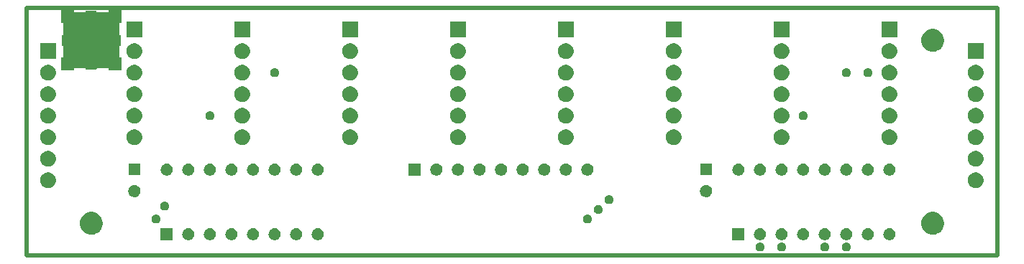
<source format=gts>
%TF.FileFunction,Soldermask,Top*%
%FSLAX46Y46*%
G04 Gerber Fmt 4.6, Leading zero omitted, Abs format (unit mm)*
G04 Created by KiCad (PCBNEW (2015-01-30 BZR 5397)-product) date 2015-02-25 23:45:21*
%MOMM*%
G01*
G04 APERTURE LIST*
%ADD10C,0.050800*%
%ADD11C,0.508000*%
%ADD12C,0.200000*%
G04 APERTURE END LIST*
D10*
D11*
X0Y-29210000D02*
X0Y0D01*
X114300000Y-29210000D02*
X0Y-29210000D01*
X114300000Y0D02*
X114300000Y-29210000D01*
D12*
X114300000Y0D02*
X112395000Y0D01*
D11*
X0Y0D02*
X114300000Y0D01*
D10*
G36*
X3467100Y-6007100D02*
X1612900Y-6007100D01*
X1612900Y-4152900D01*
X3467100Y-4152900D01*
X3467100Y-6007100D01*
X3467100Y-6007100D01*
G37*
G36*
X3467140Y-7529093D02*
X3464240Y-7736759D01*
X3464182Y-7737013D01*
X3464182Y-7737021D01*
X3423961Y-7914054D01*
X3423960Y-7914054D01*
X3350010Y-8080151D01*
X3245209Y-8228716D01*
X3245206Y-8228717D01*
X3113542Y-8354100D01*
X3113541Y-8354102D01*
X2960034Y-8451520D01*
X2960031Y-8451520D01*
X2811418Y-8509163D01*
X2790522Y-8517269D01*
X2790521Y-8517269D01*
X2790519Y-8517270D01*
X2611473Y-8548842D01*
X2429697Y-8545033D01*
X2429694Y-8545033D01*
X2252123Y-8505992D01*
X2085519Y-8433205D01*
X1936221Y-8329440D01*
X1809921Y-8198653D01*
X1711430Y-8045824D01*
X1644501Y-7876781D01*
X1611679Y-7697952D01*
X1614218Y-7516157D01*
X1652019Y-7338317D01*
X1723643Y-7171205D01*
X1826363Y-7021186D01*
X1956262Y-6893980D01*
X2108398Y-6794425D01*
X2276977Y-6726314D01*
X2455567Y-6692247D01*
X2637376Y-6693516D01*
X2815479Y-6730075D01*
X2983087Y-6800531D01*
X3133812Y-6902196D01*
X3261927Y-7031210D01*
X3261931Y-7031214D01*
X3362542Y-7182645D01*
X3362542Y-7182647D01*
X3431827Y-7350744D01*
X3467089Y-7528828D01*
X3467088Y-7528834D01*
X3467140Y-7529093D01*
X3467140Y-7529093D01*
G37*
G36*
X3467140Y-10069093D02*
X3464240Y-10276759D01*
X3464182Y-10277013D01*
X3464182Y-10277021D01*
X3423961Y-10454054D01*
X3423960Y-10454054D01*
X3350010Y-10620151D01*
X3245209Y-10768716D01*
X3245206Y-10768717D01*
X3113542Y-10894100D01*
X3113541Y-10894102D01*
X2960034Y-10991520D01*
X2960031Y-10991520D01*
X2811418Y-11049163D01*
X2790522Y-11057269D01*
X2790521Y-11057269D01*
X2790519Y-11057270D01*
X2611473Y-11088842D01*
X2429697Y-11085033D01*
X2429694Y-11085033D01*
X2252123Y-11045992D01*
X2085519Y-10973205D01*
X1936221Y-10869440D01*
X1809921Y-10738653D01*
X1711430Y-10585824D01*
X1644501Y-10416781D01*
X1611679Y-10237952D01*
X1614218Y-10056157D01*
X1652019Y-9878317D01*
X1723643Y-9711205D01*
X1826363Y-9561186D01*
X1956262Y-9433980D01*
X2108398Y-9334425D01*
X2276977Y-9266314D01*
X2455567Y-9232247D01*
X2637376Y-9233516D01*
X2815479Y-9270075D01*
X2983087Y-9340531D01*
X3133812Y-9442196D01*
X3261927Y-9571210D01*
X3261931Y-9571214D01*
X3362542Y-9722645D01*
X3362542Y-9722647D01*
X3431827Y-9890744D01*
X3467089Y-10068828D01*
X3467088Y-10068834D01*
X3467140Y-10069093D01*
X3467140Y-10069093D01*
G37*
G36*
X3467140Y-12609093D02*
X3464240Y-12816759D01*
X3464182Y-12817013D01*
X3464182Y-12817021D01*
X3423961Y-12994054D01*
X3423960Y-12994054D01*
X3350010Y-13160151D01*
X3245209Y-13308716D01*
X3245206Y-13308717D01*
X3113542Y-13434100D01*
X3113541Y-13434102D01*
X2960034Y-13531520D01*
X2960031Y-13531520D01*
X2811418Y-13589163D01*
X2790522Y-13597269D01*
X2790521Y-13597269D01*
X2790519Y-13597270D01*
X2611473Y-13628842D01*
X2429697Y-13625033D01*
X2429694Y-13625033D01*
X2252123Y-13585992D01*
X2085519Y-13513205D01*
X1936221Y-13409440D01*
X1809921Y-13278653D01*
X1711430Y-13125824D01*
X1644501Y-12956781D01*
X1611679Y-12777952D01*
X1614218Y-12596157D01*
X1652019Y-12418317D01*
X1723643Y-12251205D01*
X1826363Y-12101186D01*
X1956262Y-11973980D01*
X2108398Y-11874425D01*
X2276977Y-11806314D01*
X2455567Y-11772247D01*
X2637376Y-11773516D01*
X2815479Y-11810075D01*
X2983087Y-11880531D01*
X3133812Y-11982196D01*
X3261927Y-12111210D01*
X3261931Y-12111214D01*
X3362542Y-12262645D01*
X3362542Y-12262647D01*
X3431827Y-12430744D01*
X3467089Y-12608828D01*
X3467088Y-12608834D01*
X3467140Y-12609093D01*
X3467140Y-12609093D01*
G37*
G36*
X3467140Y-15149093D02*
X3464240Y-15356759D01*
X3464182Y-15357013D01*
X3464182Y-15357021D01*
X3423961Y-15534054D01*
X3423960Y-15534054D01*
X3350010Y-15700151D01*
X3245209Y-15848716D01*
X3245206Y-15848717D01*
X3113542Y-15974100D01*
X3113541Y-15974102D01*
X2960034Y-16071520D01*
X2960031Y-16071520D01*
X2811418Y-16129163D01*
X2790522Y-16137269D01*
X2790521Y-16137269D01*
X2790519Y-16137270D01*
X2611473Y-16168842D01*
X2429697Y-16165033D01*
X2429694Y-16165033D01*
X2252123Y-16125992D01*
X2085519Y-16053205D01*
X1936221Y-15949440D01*
X1809921Y-15818653D01*
X1711430Y-15665824D01*
X1644501Y-15496781D01*
X1611679Y-15317952D01*
X1614218Y-15136157D01*
X1652019Y-14958317D01*
X1723643Y-14791205D01*
X1826363Y-14641186D01*
X1956262Y-14513980D01*
X2108398Y-14414425D01*
X2276977Y-14346314D01*
X2455567Y-14312247D01*
X2637376Y-14313516D01*
X2815479Y-14350075D01*
X2983087Y-14420531D01*
X3133812Y-14522196D01*
X3261927Y-14651210D01*
X3261931Y-14651214D01*
X3362542Y-14802645D01*
X3362542Y-14802647D01*
X3431827Y-14970744D01*
X3467089Y-15148828D01*
X3467088Y-15148834D01*
X3467140Y-15149093D01*
X3467140Y-15149093D01*
G37*
G36*
X3467140Y-17689093D02*
X3464240Y-17896759D01*
X3464182Y-17897013D01*
X3464182Y-17897021D01*
X3423961Y-18074054D01*
X3423960Y-18074054D01*
X3350010Y-18240151D01*
X3245209Y-18388716D01*
X3245206Y-18388717D01*
X3113542Y-18514100D01*
X3113541Y-18514102D01*
X2960034Y-18611520D01*
X2960031Y-18611520D01*
X2811418Y-18669163D01*
X2790522Y-18677269D01*
X2790521Y-18677269D01*
X2790519Y-18677270D01*
X2611473Y-18708842D01*
X2429697Y-18705033D01*
X2429694Y-18705033D01*
X2252123Y-18665992D01*
X2085519Y-18593205D01*
X1936221Y-18489440D01*
X1809921Y-18358653D01*
X1711430Y-18205824D01*
X1644501Y-18036781D01*
X1611679Y-17857952D01*
X1614218Y-17676157D01*
X1652019Y-17498317D01*
X1723643Y-17331205D01*
X1826363Y-17181186D01*
X1956262Y-17053980D01*
X2108398Y-16954425D01*
X2276977Y-16886314D01*
X2455567Y-16852247D01*
X2637376Y-16853516D01*
X2815479Y-16890075D01*
X2983087Y-16960531D01*
X3133812Y-17062196D01*
X3261927Y-17191210D01*
X3261931Y-17191214D01*
X3362542Y-17342645D01*
X3362542Y-17342647D01*
X3431827Y-17510744D01*
X3467089Y-17688828D01*
X3467088Y-17688834D01*
X3467140Y-17689093D01*
X3467140Y-17689093D01*
G37*
G36*
X3467140Y-20229093D02*
X3464240Y-20436759D01*
X3464182Y-20437013D01*
X3464182Y-20437021D01*
X3423961Y-20614054D01*
X3423960Y-20614054D01*
X3350010Y-20780151D01*
X3245209Y-20928716D01*
X3245206Y-20928717D01*
X3113542Y-21054100D01*
X3113541Y-21054102D01*
X2960034Y-21151520D01*
X2960031Y-21151520D01*
X2811418Y-21209163D01*
X2790522Y-21217269D01*
X2790521Y-21217269D01*
X2790519Y-21217270D01*
X2611473Y-21248842D01*
X2429697Y-21245033D01*
X2429694Y-21245033D01*
X2252123Y-21205992D01*
X2085519Y-21133205D01*
X1936221Y-21029440D01*
X1809921Y-20898653D01*
X1711430Y-20745824D01*
X1644501Y-20576781D01*
X1611679Y-20397952D01*
X1614218Y-20216157D01*
X1652019Y-20038317D01*
X1723643Y-19871205D01*
X1826363Y-19721186D01*
X1956262Y-19593980D01*
X2108398Y-19494425D01*
X2276977Y-19426314D01*
X2455567Y-19392247D01*
X2637376Y-19393516D01*
X2815479Y-19430075D01*
X2983087Y-19500531D01*
X3133812Y-19602196D01*
X3261927Y-19731210D01*
X3261931Y-19731214D01*
X3362542Y-19882645D01*
X3362542Y-19882647D01*
X3431827Y-20050744D01*
X3467089Y-20228828D01*
X3467088Y-20228834D01*
X3467140Y-20229093D01*
X3467140Y-20229093D01*
G37*
G36*
X8967058Y-25267920D02*
X8962845Y-25569641D01*
X8962787Y-25569895D01*
X8962787Y-25569903D01*
X8904323Y-25827236D01*
X8796878Y-26068561D01*
X8644609Y-26284415D01*
X8644606Y-26284417D01*
X8453309Y-26466587D01*
X8453308Y-26466589D01*
X8230273Y-26608131D01*
X8230271Y-26608131D01*
X7983988Y-26703658D01*
X7983985Y-26703660D01*
X7723844Y-26749530D01*
X7723841Y-26749529D01*
X7459738Y-26743997D01*
X7459735Y-26743997D01*
X7201739Y-26687273D01*
X6959675Y-26581519D01*
X6742756Y-26430756D01*
X6559258Y-26240738D01*
X6416157Y-26018688D01*
X6318914Y-25773082D01*
X6271227Y-25513258D01*
X6274916Y-25249123D01*
X6329837Y-24990738D01*
X6433902Y-24747937D01*
X6583145Y-24529973D01*
X6771878Y-24345153D01*
X6992921Y-24200506D01*
X7237847Y-24101550D01*
X7497326Y-24052051D01*
X7761480Y-24053895D01*
X8020248Y-24107013D01*
X8263768Y-24209379D01*
X8482762Y-24357092D01*
X8482765Y-24357096D01*
X8668905Y-24544540D01*
X8815086Y-24764560D01*
X8915751Y-25008792D01*
X8967007Y-25267655D01*
X8967006Y-25267661D01*
X8967058Y-25267920D01*
X8967058Y-25267920D01*
G37*
G36*
X11176000Y-7366000D02*
X9652000Y-7366000D01*
X9652000Y-7150100D01*
X9648997Y-7135273D01*
X9640460Y-7122784D01*
X9627737Y-7114601D01*
X9613900Y-7112000D01*
X8293100Y-7112000D01*
X8278273Y-7115003D01*
X8265784Y-7123540D01*
X8257601Y-7136263D01*
X8255000Y-7150100D01*
X8255000Y-7302500D01*
X6985000Y-7302500D01*
X6985000Y-7150100D01*
X6981997Y-7135273D01*
X6973460Y-7122784D01*
X6960737Y-7114601D01*
X6946900Y-7112000D01*
X5626100Y-7112000D01*
X5611273Y-7115003D01*
X5598784Y-7123540D01*
X5590601Y-7136263D01*
X5588000Y-7150100D01*
X5588000Y-7366000D01*
X4064000Y-7366000D01*
X4064000Y-5842000D01*
X4279900Y-5842000D01*
X4294727Y-5838997D01*
X4307216Y-5830460D01*
X4315399Y-5817737D01*
X4318000Y-5803900D01*
X4318000Y-4483100D01*
X4314997Y-4468273D01*
X4306460Y-4455784D01*
X4293737Y-4447601D01*
X4279900Y-4445000D01*
X4127500Y-4445000D01*
X4127500Y-3175000D01*
X4279900Y-3175000D01*
X4294727Y-3171997D01*
X4307216Y-3163460D01*
X4315399Y-3150737D01*
X4318000Y-3136900D01*
X4318000Y-1816100D01*
X4314997Y-1801273D01*
X4306460Y-1788784D01*
X4293737Y-1780601D01*
X4279900Y-1778000D01*
X4064000Y-1778000D01*
X4064000Y-254000D01*
X5588000Y-254000D01*
X5588000Y-469900D01*
X5591003Y-484727D01*
X5599540Y-497216D01*
X5612263Y-505399D01*
X5626100Y-508000D01*
X6946900Y-508000D01*
X6961727Y-504997D01*
X6974216Y-496460D01*
X6982399Y-483737D01*
X6985000Y-469900D01*
X6985000Y-317500D01*
X8255000Y-317500D01*
X8255000Y-469900D01*
X8258003Y-484727D01*
X8266540Y-497216D01*
X8279263Y-505399D01*
X8293100Y-508000D01*
X9613900Y-508000D01*
X9628727Y-504997D01*
X9641216Y-496460D01*
X9649399Y-483737D01*
X9652000Y-469900D01*
X9652000Y-254000D01*
X11176000Y-254000D01*
X11176000Y-1778000D01*
X10960100Y-1778000D01*
X10945273Y-1781003D01*
X10932784Y-1789540D01*
X10924601Y-1802263D01*
X10922000Y-1816100D01*
X10922000Y-3136900D01*
X10925003Y-3151727D01*
X10933540Y-3164216D01*
X10946263Y-3172399D01*
X10960100Y-3175000D01*
X11112500Y-3175000D01*
X11112500Y-4445000D01*
X10960100Y-4445000D01*
X10945273Y-4448003D01*
X10932784Y-4456540D01*
X10924601Y-4469263D01*
X10922000Y-4483100D01*
X10922000Y-5803900D01*
X10925003Y-5818727D01*
X10933540Y-5831216D01*
X10946263Y-5839399D01*
X10960100Y-5842000D01*
X11176000Y-5842000D01*
X11176000Y-7366000D01*
X11176000Y-7366000D01*
G37*
G36*
X13387070Y-19737070D02*
X12012930Y-19737070D01*
X12012930Y-18362930D01*
X13387070Y-18362930D01*
X13387070Y-19737070D01*
X13387070Y-19737070D01*
G37*
G36*
X13426471Y-21518769D02*
X13424199Y-21681488D01*
X13424141Y-21681742D01*
X13424141Y-21681750D01*
X13392639Y-21820409D01*
X13334693Y-21950557D01*
X13252575Y-22066966D01*
X13252572Y-22066968D01*
X13149404Y-22165215D01*
X13029123Y-22241547D01*
X13029120Y-22241547D01*
X12896299Y-22293065D01*
X12896297Y-22293067D01*
X12756005Y-22317805D01*
X12756001Y-22317804D01*
X12613566Y-22314821D01*
X12474430Y-22284230D01*
X12343886Y-22227197D01*
X12226903Y-22145890D01*
X12226902Y-22145889D01*
X12223620Y-22142490D01*
X12127938Y-22043410D01*
X12050766Y-21923661D01*
X12050764Y-21923658D01*
X11998321Y-21791204D01*
X11972603Y-21651080D01*
X11974593Y-21508631D01*
X12004212Y-21369285D01*
X12060334Y-21238341D01*
X12140822Y-21120791D01*
X12242605Y-21021119D01*
X12361815Y-20943110D01*
X12493904Y-20889743D01*
X12633842Y-20863048D01*
X12776300Y-20864042D01*
X12915855Y-20892689D01*
X13047186Y-20947896D01*
X13165291Y-21027558D01*
X13265677Y-21128647D01*
X13344513Y-21247305D01*
X13398802Y-21379021D01*
X13426421Y-21518505D01*
X13426420Y-21518515D01*
X13426471Y-21518769D01*
X13426471Y-21518769D01*
G37*
G36*
X13627100Y-3467100D02*
X11772900Y-3467100D01*
X11772900Y-1612900D01*
X13627100Y-1612900D01*
X13627100Y-3467100D01*
X13627100Y-3467100D01*
G37*
G36*
X13627140Y-4989093D02*
X13624240Y-5196759D01*
X13624182Y-5197013D01*
X13624182Y-5197021D01*
X13583961Y-5374054D01*
X13583960Y-5374054D01*
X13510010Y-5540151D01*
X13405209Y-5688716D01*
X13405206Y-5688717D01*
X13273542Y-5814100D01*
X13273541Y-5814102D01*
X13120034Y-5911520D01*
X13120031Y-5911520D01*
X12971418Y-5969163D01*
X12950522Y-5977269D01*
X12950521Y-5977269D01*
X12950519Y-5977270D01*
X12771473Y-6008842D01*
X12589697Y-6005033D01*
X12589694Y-6005033D01*
X12412123Y-5965992D01*
X12245519Y-5893205D01*
X12096221Y-5789440D01*
X11969921Y-5658653D01*
X11871430Y-5505824D01*
X11804501Y-5336781D01*
X11771679Y-5157952D01*
X11774218Y-4976157D01*
X11812019Y-4798317D01*
X11883643Y-4631205D01*
X11986363Y-4481186D01*
X12116262Y-4353980D01*
X12268398Y-4254425D01*
X12436977Y-4186314D01*
X12615567Y-4152247D01*
X12797376Y-4153516D01*
X12975479Y-4190075D01*
X13143087Y-4260531D01*
X13293812Y-4362196D01*
X13421927Y-4491210D01*
X13421931Y-4491214D01*
X13522542Y-4642645D01*
X13522542Y-4642647D01*
X13591827Y-4810744D01*
X13627089Y-4988828D01*
X13627088Y-4988834D01*
X13627140Y-4989093D01*
X13627140Y-4989093D01*
G37*
G36*
X13627140Y-7529093D02*
X13624240Y-7736759D01*
X13624182Y-7737013D01*
X13624182Y-7737021D01*
X13583961Y-7914054D01*
X13583960Y-7914054D01*
X13510010Y-8080151D01*
X13405209Y-8228716D01*
X13405206Y-8228717D01*
X13273542Y-8354100D01*
X13273541Y-8354102D01*
X13120034Y-8451520D01*
X13120031Y-8451520D01*
X12971418Y-8509163D01*
X12950522Y-8517269D01*
X12950521Y-8517269D01*
X12950519Y-8517270D01*
X12771473Y-8548842D01*
X12589697Y-8545033D01*
X12589694Y-8545033D01*
X12412123Y-8505992D01*
X12245519Y-8433205D01*
X12096221Y-8329440D01*
X11969921Y-8198653D01*
X11871430Y-8045824D01*
X11804501Y-7876781D01*
X11771679Y-7697952D01*
X11774218Y-7516157D01*
X11812019Y-7338317D01*
X11883643Y-7171205D01*
X11986363Y-7021186D01*
X12116262Y-6893980D01*
X12268398Y-6794425D01*
X12436977Y-6726314D01*
X12615567Y-6692247D01*
X12797376Y-6693516D01*
X12975479Y-6730075D01*
X13143087Y-6800531D01*
X13293812Y-6902196D01*
X13421927Y-7031210D01*
X13421931Y-7031214D01*
X13522542Y-7182645D01*
X13522542Y-7182647D01*
X13591827Y-7350744D01*
X13627089Y-7528828D01*
X13627088Y-7528834D01*
X13627140Y-7529093D01*
X13627140Y-7529093D01*
G37*
G36*
X13627140Y-10069093D02*
X13624240Y-10276759D01*
X13624182Y-10277013D01*
X13624182Y-10277021D01*
X13583961Y-10454054D01*
X13583960Y-10454054D01*
X13510010Y-10620151D01*
X13405209Y-10768716D01*
X13405206Y-10768717D01*
X13273542Y-10894100D01*
X13273541Y-10894102D01*
X13120034Y-10991520D01*
X13120031Y-10991520D01*
X12971418Y-11049163D01*
X12950522Y-11057269D01*
X12950521Y-11057269D01*
X12950519Y-11057270D01*
X12771473Y-11088842D01*
X12589697Y-11085033D01*
X12589694Y-11085033D01*
X12412123Y-11045992D01*
X12245519Y-10973205D01*
X12096221Y-10869440D01*
X11969921Y-10738653D01*
X11871430Y-10585824D01*
X11804501Y-10416781D01*
X11771679Y-10237952D01*
X11774218Y-10056157D01*
X11812019Y-9878317D01*
X11883643Y-9711205D01*
X11986363Y-9561186D01*
X12116262Y-9433980D01*
X12268398Y-9334425D01*
X12436977Y-9266314D01*
X12615567Y-9232247D01*
X12797376Y-9233516D01*
X12975479Y-9270075D01*
X13143087Y-9340531D01*
X13293812Y-9442196D01*
X13421927Y-9571210D01*
X13421931Y-9571214D01*
X13522542Y-9722645D01*
X13522542Y-9722647D01*
X13591827Y-9890744D01*
X13627089Y-10068828D01*
X13627088Y-10068834D01*
X13627140Y-10069093D01*
X13627140Y-10069093D01*
G37*
G36*
X13627140Y-12609093D02*
X13624240Y-12816759D01*
X13624182Y-12817013D01*
X13624182Y-12817021D01*
X13583961Y-12994054D01*
X13583960Y-12994054D01*
X13510010Y-13160151D01*
X13405209Y-13308716D01*
X13405206Y-13308717D01*
X13273542Y-13434100D01*
X13273541Y-13434102D01*
X13120034Y-13531520D01*
X13120031Y-13531520D01*
X12971418Y-13589163D01*
X12950522Y-13597269D01*
X12950521Y-13597269D01*
X12950519Y-13597270D01*
X12771473Y-13628842D01*
X12589697Y-13625033D01*
X12589694Y-13625033D01*
X12412123Y-13585992D01*
X12245519Y-13513205D01*
X12096221Y-13409440D01*
X11969921Y-13278653D01*
X11871430Y-13125824D01*
X11804501Y-12956781D01*
X11771679Y-12777952D01*
X11774218Y-12596157D01*
X11812019Y-12418317D01*
X11883643Y-12251205D01*
X11986363Y-12101186D01*
X12116262Y-11973980D01*
X12268398Y-11874425D01*
X12436977Y-11806314D01*
X12615567Y-11772247D01*
X12797376Y-11773516D01*
X12975479Y-11810075D01*
X13143087Y-11880531D01*
X13293812Y-11982196D01*
X13421927Y-12111210D01*
X13421931Y-12111214D01*
X13522542Y-12262645D01*
X13522542Y-12262647D01*
X13591827Y-12430744D01*
X13627089Y-12608828D01*
X13627088Y-12608834D01*
X13627140Y-12609093D01*
X13627140Y-12609093D01*
G37*
G36*
X13627140Y-15149093D02*
X13624240Y-15356759D01*
X13624182Y-15357013D01*
X13624182Y-15357021D01*
X13583961Y-15534054D01*
X13583960Y-15534054D01*
X13510010Y-15700151D01*
X13405209Y-15848716D01*
X13405206Y-15848717D01*
X13273542Y-15974100D01*
X13273541Y-15974102D01*
X13120034Y-16071520D01*
X13120031Y-16071520D01*
X12971418Y-16129163D01*
X12950522Y-16137269D01*
X12950521Y-16137269D01*
X12950519Y-16137270D01*
X12771473Y-16168842D01*
X12589697Y-16165033D01*
X12589694Y-16165033D01*
X12412123Y-16125992D01*
X12245519Y-16053205D01*
X12096221Y-15949440D01*
X11969921Y-15818653D01*
X11871430Y-15665824D01*
X11804501Y-15496781D01*
X11771679Y-15317952D01*
X11774218Y-15136157D01*
X11812019Y-14958317D01*
X11883643Y-14791205D01*
X11986363Y-14641186D01*
X12116262Y-14513980D01*
X12268398Y-14414425D01*
X12436977Y-14346314D01*
X12615567Y-14312247D01*
X12797376Y-14313516D01*
X12975479Y-14350075D01*
X13143087Y-14420531D01*
X13293812Y-14522196D01*
X13421927Y-14651210D01*
X13421931Y-14651214D01*
X13522542Y-14802645D01*
X13522542Y-14802647D01*
X13591827Y-14970744D01*
X13627089Y-15148828D01*
X13627088Y-15148834D01*
X13627140Y-15149093D01*
X13627140Y-15149093D01*
G37*
G36*
X15760722Y-24840943D02*
X15759093Y-24957577D01*
X15759036Y-24957827D01*
X15759036Y-24957839D01*
X15736473Y-25057153D01*
X15694938Y-25150442D01*
X15636076Y-25233884D01*
X15562128Y-25304303D01*
X15475911Y-25359019D01*
X15380702Y-25395948D01*
X15280144Y-25413679D01*
X15178045Y-25411540D01*
X15078315Y-25389613D01*
X14984744Y-25348733D01*
X14900889Y-25290452D01*
X14829957Y-25217000D01*
X14774639Y-25131163D01*
X14737047Y-25036217D01*
X14718613Y-24935780D01*
X14720039Y-24833677D01*
X14741270Y-24733794D01*
X14781497Y-24639936D01*
X14839190Y-24555678D01*
X14912145Y-24484236D01*
X14997592Y-24428320D01*
X15092276Y-24390065D01*
X15192578Y-24370932D01*
X15294690Y-24371645D01*
X15394722Y-24392178D01*
X15488858Y-24431750D01*
X15573510Y-24488848D01*
X15645470Y-24561313D01*
X15701977Y-24646361D01*
X15740891Y-24740773D01*
X15760672Y-24840678D01*
X15760671Y-24840689D01*
X15760722Y-24840943D01*
X15760722Y-24840943D01*
G37*
G36*
X16776722Y-23316943D02*
X16775093Y-23433577D01*
X16775036Y-23433827D01*
X16775036Y-23433839D01*
X16752473Y-23533153D01*
X16710938Y-23626442D01*
X16652076Y-23709884D01*
X16578128Y-23780303D01*
X16491911Y-23835019D01*
X16396702Y-23871948D01*
X16296144Y-23889679D01*
X16194045Y-23887540D01*
X16094315Y-23865613D01*
X16000744Y-23824733D01*
X15916889Y-23766452D01*
X15845957Y-23693000D01*
X15790639Y-23607163D01*
X15753047Y-23512217D01*
X15734613Y-23411780D01*
X15736039Y-23309677D01*
X15757270Y-23209794D01*
X15797497Y-23115936D01*
X15855190Y-23031678D01*
X15928145Y-22960236D01*
X16013592Y-22904320D01*
X16108276Y-22866065D01*
X16208578Y-22846932D01*
X16310690Y-22847645D01*
X16410722Y-22868178D01*
X16504858Y-22907750D01*
X16589510Y-22964848D01*
X16661470Y-23037313D01*
X16717977Y-23122361D01*
X16756891Y-23216773D01*
X16776672Y-23316678D01*
X16776671Y-23316689D01*
X16776722Y-23316943D01*
X16776722Y-23316943D01*
G37*
G36*
X17222000Y-27382000D02*
X15798000Y-27382000D01*
X15798000Y-25958000D01*
X17222000Y-25958000D01*
X17222000Y-27382000D01*
X17222000Y-27382000D01*
G37*
G36*
X17222030Y-18980185D02*
X17219804Y-19139669D01*
X17219746Y-19139923D01*
X17219746Y-19139930D01*
X17188870Y-19275829D01*
X17188869Y-19275830D01*
X17132077Y-19403390D01*
X17051591Y-19517485D01*
X17051588Y-19517487D01*
X16950471Y-19613781D01*
X16832576Y-19688599D01*
X16702399Y-19739091D01*
X16564891Y-19763338D01*
X16425285Y-19760413D01*
X16288914Y-19730430D01*
X16160965Y-19674531D01*
X16046304Y-19594839D01*
X15949312Y-19494400D01*
X15949310Y-19494397D01*
X15946475Y-19489998D01*
X15873669Y-19377026D01*
X15822269Y-19247205D01*
X15797062Y-19109865D01*
X15799012Y-18970250D01*
X15828043Y-18833671D01*
X15883049Y-18705331D01*
X15961937Y-18590118D01*
X16061697Y-18492427D01*
X16178535Y-18415970D01*
X16308003Y-18363661D01*
X16445157Y-18337498D01*
X16584783Y-18338473D01*
X16721565Y-18366550D01*
X16850285Y-18420659D01*
X16966039Y-18498736D01*
X16966042Y-18498740D01*
X17064434Y-18597821D01*
X17141701Y-18714117D01*
X17194911Y-18843215D01*
X17221980Y-18979920D01*
X17221979Y-18979931D01*
X17222030Y-18980185D01*
X17222030Y-18980185D01*
G37*
G36*
X19762030Y-18980185D02*
X19759804Y-19139669D01*
X19759746Y-19139923D01*
X19759746Y-19139930D01*
X19728870Y-19275829D01*
X19728869Y-19275830D01*
X19672077Y-19403390D01*
X19591591Y-19517485D01*
X19591588Y-19517487D01*
X19490471Y-19613781D01*
X19372576Y-19688599D01*
X19242399Y-19739091D01*
X19104891Y-19763338D01*
X18965285Y-19760413D01*
X18828914Y-19730430D01*
X18700965Y-19674531D01*
X18586304Y-19594839D01*
X18489312Y-19494400D01*
X18489310Y-19494397D01*
X18486475Y-19489998D01*
X18413669Y-19377026D01*
X18362269Y-19247205D01*
X18337062Y-19109865D01*
X18339012Y-18970250D01*
X18368043Y-18833671D01*
X18423049Y-18705331D01*
X18501937Y-18590118D01*
X18601697Y-18492427D01*
X18718535Y-18415970D01*
X18848003Y-18363661D01*
X18985157Y-18337498D01*
X19124783Y-18338473D01*
X19261565Y-18366550D01*
X19390285Y-18420659D01*
X19506039Y-18498736D01*
X19506042Y-18498740D01*
X19604434Y-18597821D01*
X19681701Y-18714117D01*
X19734911Y-18843215D01*
X19761980Y-18979920D01*
X19761979Y-18979931D01*
X19762030Y-18980185D01*
X19762030Y-18980185D01*
G37*
G36*
X19762030Y-26600185D02*
X19759804Y-26759669D01*
X19759746Y-26759923D01*
X19759746Y-26759930D01*
X19728870Y-26895829D01*
X19728869Y-26895830D01*
X19672077Y-27023390D01*
X19591591Y-27137485D01*
X19591588Y-27137487D01*
X19490471Y-27233781D01*
X19372576Y-27308599D01*
X19242399Y-27359091D01*
X19104891Y-27383338D01*
X18965285Y-27380413D01*
X18828914Y-27350430D01*
X18700965Y-27294531D01*
X18586304Y-27214839D01*
X18489312Y-27114400D01*
X18489310Y-27114397D01*
X18486475Y-27109998D01*
X18413669Y-26997026D01*
X18362269Y-26867205D01*
X18337062Y-26729865D01*
X18339012Y-26590250D01*
X18368043Y-26453671D01*
X18423049Y-26325331D01*
X18501937Y-26210118D01*
X18601697Y-26112427D01*
X18718535Y-26035970D01*
X18848003Y-25983661D01*
X18985157Y-25957498D01*
X19124783Y-25958473D01*
X19261565Y-25986550D01*
X19390285Y-26040659D01*
X19506039Y-26118736D01*
X19506042Y-26118740D01*
X19604434Y-26217821D01*
X19681701Y-26334117D01*
X19734911Y-26463215D01*
X19761980Y-26599920D01*
X19761979Y-26599931D01*
X19762030Y-26600185D01*
X19762030Y-26600185D01*
G37*
G36*
X22110722Y-12648943D02*
X22109093Y-12765577D01*
X22109036Y-12765827D01*
X22109036Y-12765839D01*
X22086473Y-12865153D01*
X22044938Y-12958442D01*
X21986076Y-13041884D01*
X21912128Y-13112303D01*
X21825911Y-13167019D01*
X21730702Y-13203948D01*
X21630144Y-13221679D01*
X21528045Y-13219540D01*
X21428315Y-13197613D01*
X21334744Y-13156733D01*
X21250889Y-13098452D01*
X21179957Y-13025000D01*
X21124639Y-12939163D01*
X21087047Y-12844217D01*
X21068613Y-12743780D01*
X21070039Y-12641677D01*
X21091270Y-12541794D01*
X21131497Y-12447936D01*
X21189190Y-12363678D01*
X21262145Y-12292236D01*
X21347592Y-12236320D01*
X21442276Y-12198065D01*
X21542578Y-12178932D01*
X21644690Y-12179645D01*
X21744722Y-12200178D01*
X21838858Y-12239750D01*
X21923510Y-12296848D01*
X21995470Y-12369313D01*
X22051977Y-12454361D01*
X22090891Y-12548773D01*
X22110672Y-12648678D01*
X22110671Y-12648689D01*
X22110722Y-12648943D01*
X22110722Y-12648943D01*
G37*
G36*
X22302030Y-18980185D02*
X22299804Y-19139669D01*
X22299746Y-19139923D01*
X22299746Y-19139930D01*
X22268870Y-19275829D01*
X22268869Y-19275830D01*
X22212077Y-19403390D01*
X22131591Y-19517485D01*
X22131588Y-19517487D01*
X22030471Y-19613781D01*
X21912576Y-19688599D01*
X21782399Y-19739091D01*
X21644891Y-19763338D01*
X21505285Y-19760413D01*
X21368914Y-19730430D01*
X21240965Y-19674531D01*
X21126304Y-19594839D01*
X21029312Y-19494400D01*
X21029310Y-19494397D01*
X21026475Y-19489998D01*
X20953669Y-19377026D01*
X20902269Y-19247205D01*
X20877062Y-19109865D01*
X20879012Y-18970250D01*
X20908043Y-18833671D01*
X20963049Y-18705331D01*
X21041937Y-18590118D01*
X21141697Y-18492427D01*
X21258535Y-18415970D01*
X21388003Y-18363661D01*
X21525157Y-18337498D01*
X21664783Y-18338473D01*
X21801565Y-18366550D01*
X21930285Y-18420659D01*
X22046039Y-18498736D01*
X22046042Y-18498740D01*
X22144434Y-18597821D01*
X22221701Y-18714117D01*
X22274911Y-18843215D01*
X22301980Y-18979920D01*
X22301979Y-18979931D01*
X22302030Y-18980185D01*
X22302030Y-18980185D01*
G37*
G36*
X22302030Y-26600185D02*
X22299804Y-26759669D01*
X22299746Y-26759923D01*
X22299746Y-26759930D01*
X22268870Y-26895829D01*
X22268869Y-26895830D01*
X22212077Y-27023390D01*
X22131591Y-27137485D01*
X22131588Y-27137487D01*
X22030471Y-27233781D01*
X21912576Y-27308599D01*
X21782399Y-27359091D01*
X21644891Y-27383338D01*
X21505285Y-27380413D01*
X21368914Y-27350430D01*
X21240965Y-27294531D01*
X21126304Y-27214839D01*
X21029312Y-27114400D01*
X21029310Y-27114397D01*
X21026475Y-27109998D01*
X20953669Y-26997026D01*
X20902269Y-26867205D01*
X20877062Y-26729865D01*
X20879012Y-26590250D01*
X20908043Y-26453671D01*
X20963049Y-26325331D01*
X21041937Y-26210118D01*
X21141697Y-26112427D01*
X21258535Y-26035970D01*
X21388003Y-25983661D01*
X21525157Y-25957498D01*
X21664783Y-25958473D01*
X21801565Y-25986550D01*
X21930285Y-26040659D01*
X22046039Y-26118736D01*
X22046042Y-26118740D01*
X22144434Y-26217821D01*
X22221701Y-26334117D01*
X22274911Y-26463215D01*
X22301980Y-26599920D01*
X22301979Y-26599931D01*
X22302030Y-26600185D01*
X22302030Y-26600185D01*
G37*
G36*
X24842030Y-18980185D02*
X24839804Y-19139669D01*
X24839746Y-19139923D01*
X24839746Y-19139930D01*
X24808870Y-19275829D01*
X24808869Y-19275830D01*
X24752077Y-19403390D01*
X24671591Y-19517485D01*
X24671588Y-19517487D01*
X24570471Y-19613781D01*
X24452576Y-19688599D01*
X24322399Y-19739091D01*
X24184891Y-19763338D01*
X24045285Y-19760413D01*
X23908914Y-19730430D01*
X23780965Y-19674531D01*
X23666304Y-19594839D01*
X23569312Y-19494400D01*
X23569310Y-19494397D01*
X23566475Y-19489998D01*
X23493669Y-19377026D01*
X23442269Y-19247205D01*
X23417062Y-19109865D01*
X23419012Y-18970250D01*
X23448043Y-18833671D01*
X23503049Y-18705331D01*
X23581937Y-18590118D01*
X23681697Y-18492427D01*
X23798535Y-18415970D01*
X23928003Y-18363661D01*
X24065157Y-18337498D01*
X24204783Y-18338473D01*
X24341565Y-18366550D01*
X24470285Y-18420659D01*
X24586039Y-18498736D01*
X24586042Y-18498740D01*
X24684434Y-18597821D01*
X24761701Y-18714117D01*
X24814911Y-18843215D01*
X24841980Y-18979920D01*
X24841979Y-18979931D01*
X24842030Y-18980185D01*
X24842030Y-18980185D01*
G37*
G36*
X24842030Y-26600185D02*
X24839804Y-26759669D01*
X24839746Y-26759923D01*
X24839746Y-26759930D01*
X24808870Y-26895829D01*
X24808869Y-26895830D01*
X24752077Y-27023390D01*
X24671591Y-27137485D01*
X24671588Y-27137487D01*
X24570471Y-27233781D01*
X24452576Y-27308599D01*
X24322399Y-27359091D01*
X24184891Y-27383338D01*
X24045285Y-27380413D01*
X23908914Y-27350430D01*
X23780965Y-27294531D01*
X23666304Y-27214839D01*
X23569312Y-27114400D01*
X23569310Y-27114397D01*
X23566475Y-27109998D01*
X23493669Y-26997026D01*
X23442269Y-26867205D01*
X23417062Y-26729865D01*
X23419012Y-26590250D01*
X23448043Y-26453671D01*
X23503049Y-26325331D01*
X23581937Y-26210118D01*
X23681697Y-26112427D01*
X23798535Y-26035970D01*
X23928003Y-25983661D01*
X24065157Y-25957498D01*
X24204783Y-25958473D01*
X24341565Y-25986550D01*
X24470285Y-26040659D01*
X24586039Y-26118736D01*
X24586042Y-26118740D01*
X24684434Y-26217821D01*
X24761701Y-26334117D01*
X24814911Y-26463215D01*
X24841980Y-26599920D01*
X24841979Y-26599931D01*
X24842030Y-26600185D01*
X24842030Y-26600185D01*
G37*
G36*
X26327100Y-3467100D02*
X24472900Y-3467100D01*
X24472900Y-1612900D01*
X26327100Y-1612900D01*
X26327100Y-3467100D01*
X26327100Y-3467100D01*
G37*
G36*
X26327140Y-4989093D02*
X26324240Y-5196759D01*
X26324182Y-5197013D01*
X26324182Y-5197021D01*
X26283961Y-5374054D01*
X26283960Y-5374054D01*
X26210010Y-5540151D01*
X26105209Y-5688716D01*
X26105206Y-5688717D01*
X25973542Y-5814100D01*
X25973541Y-5814102D01*
X25820034Y-5911520D01*
X25820031Y-5911520D01*
X25671418Y-5969163D01*
X25650522Y-5977269D01*
X25650521Y-5977269D01*
X25650519Y-5977270D01*
X25471473Y-6008842D01*
X25289697Y-6005033D01*
X25289694Y-6005033D01*
X25112123Y-5965992D01*
X24945519Y-5893205D01*
X24796221Y-5789440D01*
X24669921Y-5658653D01*
X24571430Y-5505824D01*
X24504501Y-5336781D01*
X24471679Y-5157952D01*
X24474218Y-4976157D01*
X24512019Y-4798317D01*
X24583643Y-4631205D01*
X24686363Y-4481186D01*
X24816262Y-4353980D01*
X24968398Y-4254425D01*
X25136977Y-4186314D01*
X25315567Y-4152247D01*
X25497376Y-4153516D01*
X25675479Y-4190075D01*
X25843087Y-4260531D01*
X25993812Y-4362196D01*
X26121927Y-4491210D01*
X26121931Y-4491214D01*
X26222542Y-4642645D01*
X26222542Y-4642647D01*
X26291827Y-4810744D01*
X26327089Y-4988828D01*
X26327088Y-4988834D01*
X26327140Y-4989093D01*
X26327140Y-4989093D01*
G37*
G36*
X26327140Y-7529093D02*
X26324240Y-7736759D01*
X26324182Y-7737013D01*
X26324182Y-7737021D01*
X26283961Y-7914054D01*
X26283960Y-7914054D01*
X26210010Y-8080151D01*
X26105209Y-8228716D01*
X26105206Y-8228717D01*
X25973542Y-8354100D01*
X25973541Y-8354102D01*
X25820034Y-8451520D01*
X25820031Y-8451520D01*
X25671418Y-8509163D01*
X25650522Y-8517269D01*
X25650521Y-8517269D01*
X25650519Y-8517270D01*
X25471473Y-8548842D01*
X25289697Y-8545033D01*
X25289694Y-8545033D01*
X25112123Y-8505992D01*
X24945519Y-8433205D01*
X24796221Y-8329440D01*
X24669921Y-8198653D01*
X24571430Y-8045824D01*
X24504501Y-7876781D01*
X24471679Y-7697952D01*
X24474218Y-7516157D01*
X24512019Y-7338317D01*
X24583643Y-7171205D01*
X24686363Y-7021186D01*
X24816262Y-6893980D01*
X24968398Y-6794425D01*
X25136977Y-6726314D01*
X25315567Y-6692247D01*
X25497376Y-6693516D01*
X25675479Y-6730075D01*
X25843087Y-6800531D01*
X25993812Y-6902196D01*
X26121927Y-7031210D01*
X26121931Y-7031214D01*
X26222542Y-7182645D01*
X26222542Y-7182647D01*
X26291827Y-7350744D01*
X26327089Y-7528828D01*
X26327088Y-7528834D01*
X26327140Y-7529093D01*
X26327140Y-7529093D01*
G37*
G36*
X26327140Y-10069093D02*
X26324240Y-10276759D01*
X26324182Y-10277013D01*
X26324182Y-10277021D01*
X26283961Y-10454054D01*
X26283960Y-10454054D01*
X26210010Y-10620151D01*
X26105209Y-10768716D01*
X26105206Y-10768717D01*
X25973542Y-10894100D01*
X25973541Y-10894102D01*
X25820034Y-10991520D01*
X25820031Y-10991520D01*
X25671418Y-11049163D01*
X25650522Y-11057269D01*
X25650521Y-11057269D01*
X25650519Y-11057270D01*
X25471473Y-11088842D01*
X25289697Y-11085033D01*
X25289694Y-11085033D01*
X25112123Y-11045992D01*
X24945519Y-10973205D01*
X24796221Y-10869440D01*
X24669921Y-10738653D01*
X24571430Y-10585824D01*
X24504501Y-10416781D01*
X24471679Y-10237952D01*
X24474218Y-10056157D01*
X24512019Y-9878317D01*
X24583643Y-9711205D01*
X24686363Y-9561186D01*
X24816262Y-9433980D01*
X24968398Y-9334425D01*
X25136977Y-9266314D01*
X25315567Y-9232247D01*
X25497376Y-9233516D01*
X25675479Y-9270075D01*
X25843087Y-9340531D01*
X25993812Y-9442196D01*
X26121927Y-9571210D01*
X26121931Y-9571214D01*
X26222542Y-9722645D01*
X26222542Y-9722647D01*
X26291827Y-9890744D01*
X26327089Y-10068828D01*
X26327088Y-10068834D01*
X26327140Y-10069093D01*
X26327140Y-10069093D01*
G37*
G36*
X26327140Y-12609093D02*
X26324240Y-12816759D01*
X26324182Y-12817013D01*
X26324182Y-12817021D01*
X26283961Y-12994054D01*
X26283960Y-12994054D01*
X26210010Y-13160151D01*
X26105209Y-13308716D01*
X26105206Y-13308717D01*
X25973542Y-13434100D01*
X25973541Y-13434102D01*
X25820034Y-13531520D01*
X25820031Y-13531520D01*
X25671418Y-13589163D01*
X25650522Y-13597269D01*
X25650521Y-13597269D01*
X25650519Y-13597270D01*
X25471473Y-13628842D01*
X25289697Y-13625033D01*
X25289694Y-13625033D01*
X25112123Y-13585992D01*
X24945519Y-13513205D01*
X24796221Y-13409440D01*
X24669921Y-13278653D01*
X24571430Y-13125824D01*
X24504501Y-12956781D01*
X24471679Y-12777952D01*
X24474218Y-12596157D01*
X24512019Y-12418317D01*
X24583643Y-12251205D01*
X24686363Y-12101186D01*
X24816262Y-11973980D01*
X24968398Y-11874425D01*
X25136977Y-11806314D01*
X25315567Y-11772247D01*
X25497376Y-11773516D01*
X25675479Y-11810075D01*
X25843087Y-11880531D01*
X25993812Y-11982196D01*
X26121927Y-12111210D01*
X26121931Y-12111214D01*
X26222542Y-12262645D01*
X26222542Y-12262647D01*
X26291827Y-12430744D01*
X26327089Y-12608828D01*
X26327088Y-12608834D01*
X26327140Y-12609093D01*
X26327140Y-12609093D01*
G37*
G36*
X26327140Y-15149093D02*
X26324240Y-15356759D01*
X26324182Y-15357013D01*
X26324182Y-15357021D01*
X26283961Y-15534054D01*
X26283960Y-15534054D01*
X26210010Y-15700151D01*
X26105209Y-15848716D01*
X26105206Y-15848717D01*
X25973542Y-15974100D01*
X25973541Y-15974102D01*
X25820034Y-16071520D01*
X25820031Y-16071520D01*
X25671418Y-16129163D01*
X25650522Y-16137269D01*
X25650521Y-16137269D01*
X25650519Y-16137270D01*
X25471473Y-16168842D01*
X25289697Y-16165033D01*
X25289694Y-16165033D01*
X25112123Y-16125992D01*
X24945519Y-16053205D01*
X24796221Y-15949440D01*
X24669921Y-15818653D01*
X24571430Y-15665824D01*
X24504501Y-15496781D01*
X24471679Y-15317952D01*
X24474218Y-15136157D01*
X24512019Y-14958317D01*
X24583643Y-14791205D01*
X24686363Y-14641186D01*
X24816262Y-14513980D01*
X24968398Y-14414425D01*
X25136977Y-14346314D01*
X25315567Y-14312247D01*
X25497376Y-14313516D01*
X25675479Y-14350075D01*
X25843087Y-14420531D01*
X25993812Y-14522196D01*
X26121927Y-14651210D01*
X26121931Y-14651214D01*
X26222542Y-14802645D01*
X26222542Y-14802647D01*
X26291827Y-14970744D01*
X26327089Y-15148828D01*
X26327088Y-15148834D01*
X26327140Y-15149093D01*
X26327140Y-15149093D01*
G37*
G36*
X27382030Y-18980185D02*
X27379804Y-19139669D01*
X27379746Y-19139923D01*
X27379746Y-19139930D01*
X27348870Y-19275829D01*
X27348869Y-19275830D01*
X27292077Y-19403390D01*
X27211591Y-19517485D01*
X27211588Y-19517487D01*
X27110471Y-19613781D01*
X26992576Y-19688599D01*
X26862399Y-19739091D01*
X26724891Y-19763338D01*
X26585285Y-19760413D01*
X26448914Y-19730430D01*
X26320965Y-19674531D01*
X26206304Y-19594839D01*
X26109312Y-19494400D01*
X26109310Y-19494397D01*
X26106475Y-19489998D01*
X26033669Y-19377026D01*
X25982269Y-19247205D01*
X25957062Y-19109865D01*
X25959012Y-18970250D01*
X25988043Y-18833671D01*
X26043049Y-18705331D01*
X26121937Y-18590118D01*
X26221697Y-18492427D01*
X26338535Y-18415970D01*
X26468003Y-18363661D01*
X26605157Y-18337498D01*
X26744783Y-18338473D01*
X26881565Y-18366550D01*
X27010285Y-18420659D01*
X27126039Y-18498736D01*
X27126042Y-18498740D01*
X27224434Y-18597821D01*
X27301701Y-18714117D01*
X27354911Y-18843215D01*
X27381980Y-18979920D01*
X27381979Y-18979931D01*
X27382030Y-18980185D01*
X27382030Y-18980185D01*
G37*
G36*
X27382030Y-26600185D02*
X27379804Y-26759669D01*
X27379746Y-26759923D01*
X27379746Y-26759930D01*
X27348870Y-26895829D01*
X27348869Y-26895830D01*
X27292077Y-27023390D01*
X27211591Y-27137485D01*
X27211588Y-27137487D01*
X27110471Y-27233781D01*
X26992576Y-27308599D01*
X26862399Y-27359091D01*
X26724891Y-27383338D01*
X26585285Y-27380413D01*
X26448914Y-27350430D01*
X26320965Y-27294531D01*
X26206304Y-27214839D01*
X26109312Y-27114400D01*
X26109310Y-27114397D01*
X26106475Y-27109998D01*
X26033669Y-26997026D01*
X25982269Y-26867205D01*
X25957062Y-26729865D01*
X25959012Y-26590250D01*
X25988043Y-26453671D01*
X26043049Y-26325331D01*
X26121937Y-26210118D01*
X26221697Y-26112427D01*
X26338535Y-26035970D01*
X26468003Y-25983661D01*
X26605157Y-25957498D01*
X26744783Y-25958473D01*
X26881565Y-25986550D01*
X27010285Y-26040659D01*
X27126039Y-26118736D01*
X27126042Y-26118740D01*
X27224434Y-26217821D01*
X27301701Y-26334117D01*
X27354911Y-26463215D01*
X27381980Y-26599920D01*
X27381979Y-26599931D01*
X27382030Y-26600185D01*
X27382030Y-26600185D01*
G37*
G36*
X29730722Y-7568943D02*
X29729093Y-7685577D01*
X29729036Y-7685827D01*
X29729036Y-7685839D01*
X29706473Y-7785153D01*
X29664938Y-7878442D01*
X29606076Y-7961884D01*
X29532128Y-8032303D01*
X29445911Y-8087019D01*
X29350702Y-8123948D01*
X29250144Y-8141679D01*
X29148045Y-8139540D01*
X29048315Y-8117613D01*
X28954744Y-8076733D01*
X28870889Y-8018452D01*
X28799957Y-7945000D01*
X28744639Y-7859163D01*
X28707047Y-7764217D01*
X28688613Y-7663780D01*
X28690039Y-7561677D01*
X28711270Y-7461794D01*
X28751497Y-7367936D01*
X28809190Y-7283678D01*
X28882145Y-7212236D01*
X28967592Y-7156320D01*
X29062276Y-7118065D01*
X29162578Y-7098932D01*
X29264690Y-7099645D01*
X29364722Y-7120178D01*
X29458858Y-7159750D01*
X29543510Y-7216848D01*
X29615470Y-7289313D01*
X29671977Y-7374361D01*
X29710891Y-7468773D01*
X29730672Y-7568678D01*
X29730671Y-7568689D01*
X29730722Y-7568943D01*
X29730722Y-7568943D01*
G37*
G36*
X29922030Y-18980185D02*
X29919804Y-19139669D01*
X29919746Y-19139923D01*
X29919746Y-19139930D01*
X29888870Y-19275829D01*
X29888869Y-19275830D01*
X29832077Y-19403390D01*
X29751591Y-19517485D01*
X29751588Y-19517487D01*
X29650471Y-19613781D01*
X29532576Y-19688599D01*
X29402399Y-19739091D01*
X29264891Y-19763338D01*
X29125285Y-19760413D01*
X28988914Y-19730430D01*
X28860965Y-19674531D01*
X28746304Y-19594839D01*
X28649312Y-19494400D01*
X28649310Y-19494397D01*
X28646475Y-19489998D01*
X28573669Y-19377026D01*
X28522269Y-19247205D01*
X28497062Y-19109865D01*
X28499012Y-18970250D01*
X28528043Y-18833671D01*
X28583049Y-18705331D01*
X28661937Y-18590118D01*
X28761697Y-18492427D01*
X28878535Y-18415970D01*
X29008003Y-18363661D01*
X29145157Y-18337498D01*
X29284783Y-18338473D01*
X29421565Y-18366550D01*
X29550285Y-18420659D01*
X29666039Y-18498736D01*
X29666042Y-18498740D01*
X29764434Y-18597821D01*
X29841701Y-18714117D01*
X29894911Y-18843215D01*
X29921980Y-18979920D01*
X29921979Y-18979931D01*
X29922030Y-18980185D01*
X29922030Y-18980185D01*
G37*
G36*
X29922030Y-26600185D02*
X29919804Y-26759669D01*
X29919746Y-26759923D01*
X29919746Y-26759930D01*
X29888870Y-26895829D01*
X29888869Y-26895830D01*
X29832077Y-27023390D01*
X29751591Y-27137485D01*
X29751588Y-27137487D01*
X29650471Y-27233781D01*
X29532576Y-27308599D01*
X29402399Y-27359091D01*
X29264891Y-27383338D01*
X29125285Y-27380413D01*
X28988914Y-27350430D01*
X28860965Y-27294531D01*
X28746304Y-27214839D01*
X28649312Y-27114400D01*
X28649310Y-27114397D01*
X28646475Y-27109998D01*
X28573669Y-26997026D01*
X28522269Y-26867205D01*
X28497062Y-26729865D01*
X28499012Y-26590250D01*
X28528043Y-26453671D01*
X28583049Y-26325331D01*
X28661937Y-26210118D01*
X28761697Y-26112427D01*
X28878535Y-26035970D01*
X29008003Y-25983661D01*
X29145157Y-25957498D01*
X29284783Y-25958473D01*
X29421565Y-25986550D01*
X29550285Y-26040659D01*
X29666039Y-26118736D01*
X29666042Y-26118740D01*
X29764434Y-26217821D01*
X29841701Y-26334117D01*
X29894911Y-26463215D01*
X29921980Y-26599920D01*
X29921979Y-26599931D01*
X29922030Y-26600185D01*
X29922030Y-26600185D01*
G37*
G36*
X32462030Y-18980185D02*
X32459804Y-19139669D01*
X32459746Y-19139923D01*
X32459746Y-19139930D01*
X32428870Y-19275829D01*
X32428869Y-19275830D01*
X32372077Y-19403390D01*
X32291591Y-19517485D01*
X32291588Y-19517487D01*
X32190471Y-19613781D01*
X32072576Y-19688599D01*
X31942399Y-19739091D01*
X31804891Y-19763338D01*
X31665285Y-19760413D01*
X31528914Y-19730430D01*
X31400965Y-19674531D01*
X31286304Y-19594839D01*
X31189312Y-19494400D01*
X31189310Y-19494397D01*
X31186475Y-19489998D01*
X31113669Y-19377026D01*
X31062269Y-19247205D01*
X31037062Y-19109865D01*
X31039012Y-18970250D01*
X31068043Y-18833671D01*
X31123049Y-18705331D01*
X31201937Y-18590118D01*
X31301697Y-18492427D01*
X31418535Y-18415970D01*
X31548003Y-18363661D01*
X31685157Y-18337498D01*
X31824783Y-18338473D01*
X31961565Y-18366550D01*
X32090285Y-18420659D01*
X32206039Y-18498736D01*
X32206042Y-18498740D01*
X32304434Y-18597821D01*
X32381701Y-18714117D01*
X32434911Y-18843215D01*
X32461980Y-18979920D01*
X32461979Y-18979931D01*
X32462030Y-18980185D01*
X32462030Y-18980185D01*
G37*
G36*
X32462030Y-26600185D02*
X32459804Y-26759669D01*
X32459746Y-26759923D01*
X32459746Y-26759930D01*
X32428870Y-26895829D01*
X32428869Y-26895830D01*
X32372077Y-27023390D01*
X32291591Y-27137485D01*
X32291588Y-27137487D01*
X32190471Y-27233781D01*
X32072576Y-27308599D01*
X31942399Y-27359091D01*
X31804891Y-27383338D01*
X31665285Y-27380413D01*
X31528914Y-27350430D01*
X31400965Y-27294531D01*
X31286304Y-27214839D01*
X31189312Y-27114400D01*
X31189310Y-27114397D01*
X31186475Y-27109998D01*
X31113669Y-26997026D01*
X31062269Y-26867205D01*
X31037062Y-26729865D01*
X31039012Y-26590250D01*
X31068043Y-26453671D01*
X31123049Y-26325331D01*
X31201937Y-26210118D01*
X31301697Y-26112427D01*
X31418535Y-26035970D01*
X31548003Y-25983661D01*
X31685157Y-25957498D01*
X31824783Y-25958473D01*
X31961565Y-25986550D01*
X32090285Y-26040659D01*
X32206039Y-26118736D01*
X32206042Y-26118740D01*
X32304434Y-26217821D01*
X32381701Y-26334117D01*
X32434911Y-26463215D01*
X32461980Y-26599920D01*
X32461979Y-26599931D01*
X32462030Y-26600185D01*
X32462030Y-26600185D01*
G37*
G36*
X35002030Y-18980185D02*
X34999804Y-19139669D01*
X34999746Y-19139923D01*
X34999746Y-19139930D01*
X34968870Y-19275829D01*
X34968869Y-19275830D01*
X34912077Y-19403390D01*
X34831591Y-19517485D01*
X34831588Y-19517487D01*
X34730471Y-19613781D01*
X34612576Y-19688599D01*
X34482399Y-19739091D01*
X34344891Y-19763338D01*
X34205285Y-19760413D01*
X34068914Y-19730430D01*
X33940965Y-19674531D01*
X33826304Y-19594839D01*
X33729312Y-19494400D01*
X33729310Y-19494397D01*
X33726475Y-19489998D01*
X33653669Y-19377026D01*
X33602269Y-19247205D01*
X33577062Y-19109865D01*
X33579012Y-18970250D01*
X33608043Y-18833671D01*
X33663049Y-18705331D01*
X33741937Y-18590118D01*
X33841697Y-18492427D01*
X33958535Y-18415970D01*
X34088003Y-18363661D01*
X34225157Y-18337498D01*
X34364783Y-18338473D01*
X34501565Y-18366550D01*
X34630285Y-18420659D01*
X34746039Y-18498736D01*
X34746042Y-18498740D01*
X34844434Y-18597821D01*
X34921701Y-18714117D01*
X34974911Y-18843215D01*
X35001980Y-18979920D01*
X35001979Y-18979931D01*
X35002030Y-18980185D01*
X35002030Y-18980185D01*
G37*
G36*
X35002030Y-26600185D02*
X34999804Y-26759669D01*
X34999746Y-26759923D01*
X34999746Y-26759930D01*
X34968870Y-26895829D01*
X34968869Y-26895830D01*
X34912077Y-27023390D01*
X34831591Y-27137485D01*
X34831588Y-27137487D01*
X34730471Y-27233781D01*
X34612576Y-27308599D01*
X34482399Y-27359091D01*
X34344891Y-27383338D01*
X34205285Y-27380413D01*
X34068914Y-27350430D01*
X33940965Y-27294531D01*
X33826304Y-27214839D01*
X33729312Y-27114400D01*
X33729310Y-27114397D01*
X33726475Y-27109998D01*
X33653669Y-26997026D01*
X33602269Y-26867205D01*
X33577062Y-26729865D01*
X33579012Y-26590250D01*
X33608043Y-26453671D01*
X33663049Y-26325331D01*
X33741937Y-26210118D01*
X33841697Y-26112427D01*
X33958535Y-26035970D01*
X34088003Y-25983661D01*
X34225157Y-25957498D01*
X34364783Y-25958473D01*
X34501565Y-25986550D01*
X34630285Y-26040659D01*
X34746039Y-26118736D01*
X34746042Y-26118740D01*
X34844434Y-26217821D01*
X34921701Y-26334117D01*
X34974911Y-26463215D01*
X35001980Y-26599920D01*
X35001979Y-26599931D01*
X35002030Y-26600185D01*
X35002030Y-26600185D01*
G37*
G36*
X39027100Y-3467100D02*
X37172900Y-3467100D01*
X37172900Y-1612900D01*
X39027100Y-1612900D01*
X39027100Y-3467100D01*
X39027100Y-3467100D01*
G37*
G36*
X39027140Y-4989093D02*
X39024240Y-5196759D01*
X39024182Y-5197013D01*
X39024182Y-5197021D01*
X38983961Y-5374054D01*
X38983960Y-5374054D01*
X38910010Y-5540151D01*
X38805209Y-5688716D01*
X38805206Y-5688717D01*
X38673542Y-5814100D01*
X38673541Y-5814102D01*
X38520034Y-5911520D01*
X38520031Y-5911520D01*
X38371418Y-5969163D01*
X38350522Y-5977269D01*
X38350521Y-5977269D01*
X38350519Y-5977270D01*
X38171473Y-6008842D01*
X37989697Y-6005033D01*
X37989694Y-6005033D01*
X37812123Y-5965992D01*
X37645519Y-5893205D01*
X37496221Y-5789440D01*
X37369921Y-5658653D01*
X37271430Y-5505824D01*
X37204501Y-5336781D01*
X37171679Y-5157952D01*
X37174218Y-4976157D01*
X37212019Y-4798317D01*
X37283643Y-4631205D01*
X37386363Y-4481186D01*
X37516262Y-4353980D01*
X37668398Y-4254425D01*
X37836977Y-4186314D01*
X38015567Y-4152247D01*
X38197376Y-4153516D01*
X38375479Y-4190075D01*
X38543087Y-4260531D01*
X38693812Y-4362196D01*
X38821927Y-4491210D01*
X38821931Y-4491214D01*
X38922542Y-4642645D01*
X38922542Y-4642647D01*
X38991827Y-4810744D01*
X39027089Y-4988828D01*
X39027088Y-4988834D01*
X39027140Y-4989093D01*
X39027140Y-4989093D01*
G37*
G36*
X39027140Y-7529093D02*
X39024240Y-7736759D01*
X39024182Y-7737013D01*
X39024182Y-7737021D01*
X38983961Y-7914054D01*
X38983960Y-7914054D01*
X38910010Y-8080151D01*
X38805209Y-8228716D01*
X38805206Y-8228717D01*
X38673542Y-8354100D01*
X38673541Y-8354102D01*
X38520034Y-8451520D01*
X38520031Y-8451520D01*
X38371418Y-8509163D01*
X38350522Y-8517269D01*
X38350521Y-8517269D01*
X38350519Y-8517270D01*
X38171473Y-8548842D01*
X37989697Y-8545033D01*
X37989694Y-8545033D01*
X37812123Y-8505992D01*
X37645519Y-8433205D01*
X37496221Y-8329440D01*
X37369921Y-8198653D01*
X37271430Y-8045824D01*
X37204501Y-7876781D01*
X37171679Y-7697952D01*
X37174218Y-7516157D01*
X37212019Y-7338317D01*
X37283643Y-7171205D01*
X37386363Y-7021186D01*
X37516262Y-6893980D01*
X37668398Y-6794425D01*
X37836977Y-6726314D01*
X38015567Y-6692247D01*
X38197376Y-6693516D01*
X38375479Y-6730075D01*
X38543087Y-6800531D01*
X38693812Y-6902196D01*
X38821927Y-7031210D01*
X38821931Y-7031214D01*
X38922542Y-7182645D01*
X38922542Y-7182647D01*
X38991827Y-7350744D01*
X39027089Y-7528828D01*
X39027088Y-7528834D01*
X39027140Y-7529093D01*
X39027140Y-7529093D01*
G37*
G36*
X39027140Y-10069093D02*
X39024240Y-10276759D01*
X39024182Y-10277013D01*
X39024182Y-10277021D01*
X38983961Y-10454054D01*
X38983960Y-10454054D01*
X38910010Y-10620151D01*
X38805209Y-10768716D01*
X38805206Y-10768717D01*
X38673542Y-10894100D01*
X38673541Y-10894102D01*
X38520034Y-10991520D01*
X38520031Y-10991520D01*
X38371418Y-11049163D01*
X38350522Y-11057269D01*
X38350521Y-11057269D01*
X38350519Y-11057270D01*
X38171473Y-11088842D01*
X37989697Y-11085033D01*
X37989694Y-11085033D01*
X37812123Y-11045992D01*
X37645519Y-10973205D01*
X37496221Y-10869440D01*
X37369921Y-10738653D01*
X37271430Y-10585824D01*
X37204501Y-10416781D01*
X37171679Y-10237952D01*
X37174218Y-10056157D01*
X37212019Y-9878317D01*
X37283643Y-9711205D01*
X37386363Y-9561186D01*
X37516262Y-9433980D01*
X37668398Y-9334425D01*
X37836977Y-9266314D01*
X38015567Y-9232247D01*
X38197376Y-9233516D01*
X38375479Y-9270075D01*
X38543087Y-9340531D01*
X38693812Y-9442196D01*
X38821927Y-9571210D01*
X38821931Y-9571214D01*
X38922542Y-9722645D01*
X38922542Y-9722647D01*
X38991827Y-9890744D01*
X39027089Y-10068828D01*
X39027088Y-10068834D01*
X39027140Y-10069093D01*
X39027140Y-10069093D01*
G37*
G36*
X39027140Y-12609093D02*
X39024240Y-12816759D01*
X39024182Y-12817013D01*
X39024182Y-12817021D01*
X38983961Y-12994054D01*
X38983960Y-12994054D01*
X38910010Y-13160151D01*
X38805209Y-13308716D01*
X38805206Y-13308717D01*
X38673542Y-13434100D01*
X38673541Y-13434102D01*
X38520034Y-13531520D01*
X38520031Y-13531520D01*
X38371418Y-13589163D01*
X38350522Y-13597269D01*
X38350521Y-13597269D01*
X38350519Y-13597270D01*
X38171473Y-13628842D01*
X37989697Y-13625033D01*
X37989694Y-13625033D01*
X37812123Y-13585992D01*
X37645519Y-13513205D01*
X37496221Y-13409440D01*
X37369921Y-13278653D01*
X37271430Y-13125824D01*
X37204501Y-12956781D01*
X37171679Y-12777952D01*
X37174218Y-12596157D01*
X37212019Y-12418317D01*
X37283643Y-12251205D01*
X37386363Y-12101186D01*
X37516262Y-11973980D01*
X37668398Y-11874425D01*
X37836977Y-11806314D01*
X38015567Y-11772247D01*
X38197376Y-11773516D01*
X38375479Y-11810075D01*
X38543087Y-11880531D01*
X38693812Y-11982196D01*
X38821927Y-12111210D01*
X38821931Y-12111214D01*
X38922542Y-12262645D01*
X38922542Y-12262647D01*
X38991827Y-12430744D01*
X39027089Y-12608828D01*
X39027088Y-12608834D01*
X39027140Y-12609093D01*
X39027140Y-12609093D01*
G37*
G36*
X39027140Y-15149093D02*
X39024240Y-15356759D01*
X39024182Y-15357013D01*
X39024182Y-15357021D01*
X38983961Y-15534054D01*
X38983960Y-15534054D01*
X38910010Y-15700151D01*
X38805209Y-15848716D01*
X38805206Y-15848717D01*
X38673542Y-15974100D01*
X38673541Y-15974102D01*
X38520034Y-16071520D01*
X38520031Y-16071520D01*
X38371418Y-16129163D01*
X38350522Y-16137269D01*
X38350521Y-16137269D01*
X38350519Y-16137270D01*
X38171473Y-16168842D01*
X37989697Y-16165033D01*
X37989694Y-16165033D01*
X37812123Y-16125992D01*
X37645519Y-16053205D01*
X37496221Y-15949440D01*
X37369921Y-15818653D01*
X37271430Y-15665824D01*
X37204501Y-15496781D01*
X37171679Y-15317952D01*
X37174218Y-15136157D01*
X37212019Y-14958317D01*
X37283643Y-14791205D01*
X37386363Y-14641186D01*
X37516262Y-14513980D01*
X37668398Y-14414425D01*
X37836977Y-14346314D01*
X38015567Y-14312247D01*
X38197376Y-14313516D01*
X38375479Y-14350075D01*
X38543087Y-14420531D01*
X38693812Y-14522196D01*
X38821927Y-14651210D01*
X38821931Y-14651214D01*
X38922542Y-14802645D01*
X38922542Y-14802647D01*
X38991827Y-14970744D01*
X39027089Y-15148828D01*
X39027088Y-15148834D01*
X39027140Y-15149093D01*
X39027140Y-15149093D01*
G37*
G36*
X46447000Y-19777000D02*
X44993000Y-19777000D01*
X44993000Y-18323000D01*
X46447000Y-18323000D01*
X46447000Y-19777000D01*
X46447000Y-19777000D01*
G37*
G36*
X48987032Y-18978714D02*
X48984758Y-19141558D01*
X48984700Y-19141812D01*
X48984700Y-19141820D01*
X48953173Y-19280587D01*
X48895182Y-19410833D01*
X48895182Y-19410835D01*
X48813001Y-19527334D01*
X48812999Y-19527335D01*
X48812999Y-19527336D01*
X48804380Y-19535542D01*
X48709752Y-19625656D01*
X48709751Y-19625658D01*
X48589377Y-19702050D01*
X48589374Y-19702050D01*
X48472836Y-19747252D01*
X48456451Y-19753608D01*
X48456450Y-19753608D01*
X48456448Y-19753609D01*
X48316048Y-19778366D01*
X48316045Y-19778365D01*
X48173500Y-19775380D01*
X48034256Y-19744765D01*
X47903612Y-19687688D01*
X47786537Y-19606319D01*
X47687497Y-19503760D01*
X47610263Y-19383916D01*
X47557780Y-19251360D01*
X47532042Y-19111127D01*
X47534033Y-18968568D01*
X47563675Y-18829114D01*
X47619841Y-18698071D01*
X47700392Y-18580430D01*
X47802252Y-18480680D01*
X47921552Y-18402612D01*
X48053747Y-18349201D01*
X48193790Y-18322487D01*
X48336359Y-18323483D01*
X48476022Y-18352151D01*
X48607454Y-18407400D01*
X48725647Y-18487122D01*
X48725650Y-18487126D01*
X48826111Y-18588291D01*
X48826115Y-18588295D01*
X48905010Y-18707040D01*
X48959341Y-18838859D01*
X48986981Y-18978449D01*
X48986980Y-18978455D01*
X48987032Y-18978714D01*
X48987032Y-18978714D01*
G37*
G36*
X51527032Y-18978714D02*
X51524758Y-19141558D01*
X51524700Y-19141812D01*
X51524700Y-19141820D01*
X51493173Y-19280587D01*
X51435182Y-19410833D01*
X51435182Y-19410835D01*
X51353001Y-19527334D01*
X51352999Y-19527335D01*
X51352999Y-19527336D01*
X51344380Y-19535542D01*
X51249752Y-19625656D01*
X51249751Y-19625658D01*
X51129377Y-19702050D01*
X51129374Y-19702050D01*
X51012836Y-19747252D01*
X50996451Y-19753608D01*
X50996450Y-19753608D01*
X50996448Y-19753609D01*
X50856048Y-19778366D01*
X50856045Y-19778365D01*
X50713500Y-19775380D01*
X50574256Y-19744765D01*
X50443612Y-19687688D01*
X50326537Y-19606319D01*
X50227497Y-19503760D01*
X50150263Y-19383916D01*
X50097780Y-19251360D01*
X50072042Y-19111127D01*
X50074033Y-18968568D01*
X50103675Y-18829114D01*
X50159841Y-18698071D01*
X50240392Y-18580430D01*
X50342252Y-18480680D01*
X50461552Y-18402612D01*
X50593747Y-18349201D01*
X50733790Y-18322487D01*
X50876359Y-18323483D01*
X51016022Y-18352151D01*
X51147454Y-18407400D01*
X51265647Y-18487122D01*
X51265650Y-18487126D01*
X51366111Y-18588291D01*
X51366115Y-18588295D01*
X51445010Y-18707040D01*
X51499341Y-18838859D01*
X51526981Y-18978449D01*
X51526980Y-18978455D01*
X51527032Y-18978714D01*
X51527032Y-18978714D01*
G37*
G36*
X51727100Y-3467100D02*
X49872900Y-3467100D01*
X49872900Y-1612900D01*
X51727100Y-1612900D01*
X51727100Y-3467100D01*
X51727100Y-3467100D01*
G37*
G36*
X51727140Y-4989093D02*
X51724240Y-5196759D01*
X51724182Y-5197013D01*
X51724182Y-5197021D01*
X51683961Y-5374054D01*
X51683960Y-5374054D01*
X51610010Y-5540151D01*
X51505209Y-5688716D01*
X51505206Y-5688717D01*
X51373542Y-5814100D01*
X51373541Y-5814102D01*
X51220034Y-5911520D01*
X51220031Y-5911520D01*
X51071418Y-5969163D01*
X51050522Y-5977269D01*
X51050521Y-5977269D01*
X51050519Y-5977270D01*
X50871473Y-6008842D01*
X50689697Y-6005033D01*
X50689694Y-6005033D01*
X50512123Y-5965992D01*
X50345519Y-5893205D01*
X50196221Y-5789440D01*
X50069921Y-5658653D01*
X49971430Y-5505824D01*
X49904501Y-5336781D01*
X49871679Y-5157952D01*
X49874218Y-4976157D01*
X49912019Y-4798317D01*
X49983643Y-4631205D01*
X50086363Y-4481186D01*
X50216262Y-4353980D01*
X50368398Y-4254425D01*
X50536977Y-4186314D01*
X50715567Y-4152247D01*
X50897376Y-4153516D01*
X51075479Y-4190075D01*
X51243087Y-4260531D01*
X51393812Y-4362196D01*
X51521927Y-4491210D01*
X51521931Y-4491214D01*
X51622542Y-4642645D01*
X51622542Y-4642647D01*
X51691827Y-4810744D01*
X51727089Y-4988828D01*
X51727088Y-4988834D01*
X51727140Y-4989093D01*
X51727140Y-4989093D01*
G37*
G36*
X51727140Y-7529093D02*
X51724240Y-7736759D01*
X51724182Y-7737013D01*
X51724182Y-7737021D01*
X51683961Y-7914054D01*
X51683960Y-7914054D01*
X51610010Y-8080151D01*
X51505209Y-8228716D01*
X51505206Y-8228717D01*
X51373542Y-8354100D01*
X51373541Y-8354102D01*
X51220034Y-8451520D01*
X51220031Y-8451520D01*
X51071418Y-8509163D01*
X51050522Y-8517269D01*
X51050521Y-8517269D01*
X51050519Y-8517270D01*
X50871473Y-8548842D01*
X50689697Y-8545033D01*
X50689694Y-8545033D01*
X50512123Y-8505992D01*
X50345519Y-8433205D01*
X50196221Y-8329440D01*
X50069921Y-8198653D01*
X49971430Y-8045824D01*
X49904501Y-7876781D01*
X49871679Y-7697952D01*
X49874218Y-7516157D01*
X49912019Y-7338317D01*
X49983643Y-7171205D01*
X50086363Y-7021186D01*
X50216262Y-6893980D01*
X50368398Y-6794425D01*
X50536977Y-6726314D01*
X50715567Y-6692247D01*
X50897376Y-6693516D01*
X51075479Y-6730075D01*
X51243087Y-6800531D01*
X51393812Y-6902196D01*
X51521927Y-7031210D01*
X51521931Y-7031214D01*
X51622542Y-7182645D01*
X51622542Y-7182647D01*
X51691827Y-7350744D01*
X51727089Y-7528828D01*
X51727088Y-7528834D01*
X51727140Y-7529093D01*
X51727140Y-7529093D01*
G37*
G36*
X51727140Y-10069093D02*
X51724240Y-10276759D01*
X51724182Y-10277013D01*
X51724182Y-10277021D01*
X51683961Y-10454054D01*
X51683960Y-10454054D01*
X51610010Y-10620151D01*
X51505209Y-10768716D01*
X51505206Y-10768717D01*
X51373542Y-10894100D01*
X51373541Y-10894102D01*
X51220034Y-10991520D01*
X51220031Y-10991520D01*
X51071418Y-11049163D01*
X51050522Y-11057269D01*
X51050521Y-11057269D01*
X51050519Y-11057270D01*
X50871473Y-11088842D01*
X50689697Y-11085033D01*
X50689694Y-11085033D01*
X50512123Y-11045992D01*
X50345519Y-10973205D01*
X50196221Y-10869440D01*
X50069921Y-10738653D01*
X49971430Y-10585824D01*
X49904501Y-10416781D01*
X49871679Y-10237952D01*
X49874218Y-10056157D01*
X49912019Y-9878317D01*
X49983643Y-9711205D01*
X50086363Y-9561186D01*
X50216262Y-9433980D01*
X50368398Y-9334425D01*
X50536977Y-9266314D01*
X50715567Y-9232247D01*
X50897376Y-9233516D01*
X51075479Y-9270075D01*
X51243087Y-9340531D01*
X51393812Y-9442196D01*
X51521927Y-9571210D01*
X51521931Y-9571214D01*
X51622542Y-9722645D01*
X51622542Y-9722647D01*
X51691827Y-9890744D01*
X51727089Y-10068828D01*
X51727088Y-10068834D01*
X51727140Y-10069093D01*
X51727140Y-10069093D01*
G37*
G36*
X51727140Y-12609093D02*
X51724240Y-12816759D01*
X51724182Y-12817013D01*
X51724182Y-12817021D01*
X51683961Y-12994054D01*
X51683960Y-12994054D01*
X51610010Y-13160151D01*
X51505209Y-13308716D01*
X51505206Y-13308717D01*
X51373542Y-13434100D01*
X51373541Y-13434102D01*
X51220034Y-13531520D01*
X51220031Y-13531520D01*
X51071418Y-13589163D01*
X51050522Y-13597269D01*
X51050521Y-13597269D01*
X51050519Y-13597270D01*
X50871473Y-13628842D01*
X50689697Y-13625033D01*
X50689694Y-13625033D01*
X50512123Y-13585992D01*
X50345519Y-13513205D01*
X50196221Y-13409440D01*
X50069921Y-13278653D01*
X49971430Y-13125824D01*
X49904501Y-12956781D01*
X49871679Y-12777952D01*
X49874218Y-12596157D01*
X49912019Y-12418317D01*
X49983643Y-12251205D01*
X50086363Y-12101186D01*
X50216262Y-11973980D01*
X50368398Y-11874425D01*
X50536977Y-11806314D01*
X50715567Y-11772247D01*
X50897376Y-11773516D01*
X51075479Y-11810075D01*
X51243087Y-11880531D01*
X51393812Y-11982196D01*
X51521927Y-12111210D01*
X51521931Y-12111214D01*
X51622542Y-12262645D01*
X51622542Y-12262647D01*
X51691827Y-12430744D01*
X51727089Y-12608828D01*
X51727088Y-12608834D01*
X51727140Y-12609093D01*
X51727140Y-12609093D01*
G37*
G36*
X51727140Y-15149093D02*
X51724240Y-15356759D01*
X51724182Y-15357013D01*
X51724182Y-15357021D01*
X51683961Y-15534054D01*
X51683960Y-15534054D01*
X51610010Y-15700151D01*
X51505209Y-15848716D01*
X51505206Y-15848717D01*
X51373542Y-15974100D01*
X51373541Y-15974102D01*
X51220034Y-16071520D01*
X51220031Y-16071520D01*
X51071418Y-16129163D01*
X51050522Y-16137269D01*
X51050521Y-16137269D01*
X51050519Y-16137270D01*
X50871473Y-16168842D01*
X50689697Y-16165033D01*
X50689694Y-16165033D01*
X50512123Y-16125992D01*
X50345519Y-16053205D01*
X50196221Y-15949440D01*
X50069921Y-15818653D01*
X49971430Y-15665824D01*
X49904501Y-15496781D01*
X49871679Y-15317952D01*
X49874218Y-15136157D01*
X49912019Y-14958317D01*
X49983643Y-14791205D01*
X50086363Y-14641186D01*
X50216262Y-14513980D01*
X50368398Y-14414425D01*
X50536977Y-14346314D01*
X50715567Y-14312247D01*
X50897376Y-14313516D01*
X51075479Y-14350075D01*
X51243087Y-14420531D01*
X51393812Y-14522196D01*
X51521927Y-14651210D01*
X51521931Y-14651214D01*
X51622542Y-14802645D01*
X51622542Y-14802647D01*
X51691827Y-14970744D01*
X51727089Y-15148828D01*
X51727088Y-15148834D01*
X51727140Y-15149093D01*
X51727140Y-15149093D01*
G37*
G36*
X54067032Y-18978714D02*
X54064758Y-19141558D01*
X54064700Y-19141812D01*
X54064700Y-19141820D01*
X54033173Y-19280587D01*
X53975182Y-19410833D01*
X53975182Y-19410835D01*
X53893001Y-19527334D01*
X53892999Y-19527335D01*
X53892999Y-19527336D01*
X53884380Y-19535542D01*
X53789752Y-19625656D01*
X53789751Y-19625658D01*
X53669377Y-19702050D01*
X53669374Y-19702050D01*
X53552836Y-19747252D01*
X53536451Y-19753608D01*
X53536450Y-19753608D01*
X53536448Y-19753609D01*
X53396048Y-19778366D01*
X53396045Y-19778365D01*
X53253500Y-19775380D01*
X53114256Y-19744765D01*
X52983612Y-19687688D01*
X52866537Y-19606319D01*
X52767497Y-19503760D01*
X52690263Y-19383916D01*
X52637780Y-19251360D01*
X52612042Y-19111127D01*
X52614033Y-18968568D01*
X52643675Y-18829114D01*
X52699841Y-18698071D01*
X52780392Y-18580430D01*
X52882252Y-18480680D01*
X53001552Y-18402612D01*
X53133747Y-18349201D01*
X53273790Y-18322487D01*
X53416359Y-18323483D01*
X53556022Y-18352151D01*
X53687454Y-18407400D01*
X53805647Y-18487122D01*
X53805650Y-18487126D01*
X53906111Y-18588291D01*
X53906115Y-18588295D01*
X53985010Y-18707040D01*
X54039341Y-18838859D01*
X54066981Y-18978449D01*
X54066980Y-18978455D01*
X54067032Y-18978714D01*
X54067032Y-18978714D01*
G37*
G36*
X56607032Y-18978714D02*
X56604758Y-19141558D01*
X56604700Y-19141812D01*
X56604700Y-19141820D01*
X56573173Y-19280587D01*
X56515182Y-19410833D01*
X56515182Y-19410835D01*
X56433001Y-19527334D01*
X56432999Y-19527335D01*
X56432999Y-19527336D01*
X56424380Y-19535542D01*
X56329752Y-19625656D01*
X56329751Y-19625658D01*
X56209377Y-19702050D01*
X56209374Y-19702050D01*
X56092836Y-19747252D01*
X56076451Y-19753608D01*
X56076450Y-19753608D01*
X56076448Y-19753609D01*
X55936048Y-19778366D01*
X55936045Y-19778365D01*
X55793500Y-19775380D01*
X55654256Y-19744765D01*
X55523612Y-19687688D01*
X55406537Y-19606319D01*
X55307497Y-19503760D01*
X55230263Y-19383916D01*
X55177780Y-19251360D01*
X55152042Y-19111127D01*
X55154033Y-18968568D01*
X55183675Y-18829114D01*
X55239841Y-18698071D01*
X55320392Y-18580430D01*
X55422252Y-18480680D01*
X55541552Y-18402612D01*
X55673747Y-18349201D01*
X55813790Y-18322487D01*
X55956359Y-18323483D01*
X56096022Y-18352151D01*
X56227454Y-18407400D01*
X56345647Y-18487122D01*
X56345650Y-18487126D01*
X56446111Y-18588291D01*
X56446115Y-18588295D01*
X56525010Y-18707040D01*
X56579341Y-18838859D01*
X56606981Y-18978449D01*
X56606980Y-18978455D01*
X56607032Y-18978714D01*
X56607032Y-18978714D01*
G37*
G36*
X59147032Y-18978714D02*
X59144758Y-19141558D01*
X59144700Y-19141812D01*
X59144700Y-19141820D01*
X59113173Y-19280587D01*
X59055182Y-19410833D01*
X59055182Y-19410835D01*
X58973001Y-19527334D01*
X58972999Y-19527335D01*
X58972999Y-19527336D01*
X58964380Y-19535542D01*
X58869752Y-19625656D01*
X58869751Y-19625658D01*
X58749377Y-19702050D01*
X58749374Y-19702050D01*
X58632836Y-19747252D01*
X58616451Y-19753608D01*
X58616450Y-19753608D01*
X58616448Y-19753609D01*
X58476048Y-19778366D01*
X58476045Y-19778365D01*
X58333500Y-19775380D01*
X58194256Y-19744765D01*
X58063612Y-19687688D01*
X57946537Y-19606319D01*
X57847497Y-19503760D01*
X57770263Y-19383916D01*
X57717780Y-19251360D01*
X57692042Y-19111127D01*
X57694033Y-18968568D01*
X57723675Y-18829114D01*
X57779841Y-18698071D01*
X57860392Y-18580430D01*
X57962252Y-18480680D01*
X58081552Y-18402612D01*
X58213747Y-18349201D01*
X58353790Y-18322487D01*
X58496359Y-18323483D01*
X58636022Y-18352151D01*
X58767454Y-18407400D01*
X58885647Y-18487122D01*
X58885650Y-18487126D01*
X58986111Y-18588291D01*
X58986115Y-18588295D01*
X59065010Y-18707040D01*
X59119341Y-18838859D01*
X59146981Y-18978449D01*
X59146980Y-18978455D01*
X59147032Y-18978714D01*
X59147032Y-18978714D01*
G37*
G36*
X61687032Y-18978714D02*
X61684758Y-19141558D01*
X61684700Y-19141812D01*
X61684700Y-19141820D01*
X61653173Y-19280587D01*
X61595182Y-19410833D01*
X61595182Y-19410835D01*
X61513001Y-19527334D01*
X61512999Y-19527335D01*
X61512999Y-19527336D01*
X61504380Y-19535542D01*
X61409752Y-19625656D01*
X61409751Y-19625658D01*
X61289377Y-19702050D01*
X61289374Y-19702050D01*
X61172836Y-19747252D01*
X61156451Y-19753608D01*
X61156450Y-19753608D01*
X61156448Y-19753609D01*
X61016048Y-19778366D01*
X61016045Y-19778365D01*
X60873500Y-19775380D01*
X60734256Y-19744765D01*
X60603612Y-19687688D01*
X60486537Y-19606319D01*
X60387497Y-19503760D01*
X60310263Y-19383916D01*
X60257780Y-19251360D01*
X60232042Y-19111127D01*
X60234033Y-18968568D01*
X60263675Y-18829114D01*
X60319841Y-18698071D01*
X60400392Y-18580430D01*
X60502252Y-18480680D01*
X60621552Y-18402612D01*
X60753747Y-18349201D01*
X60893790Y-18322487D01*
X61036359Y-18323483D01*
X61176022Y-18352151D01*
X61307454Y-18407400D01*
X61425647Y-18487122D01*
X61425650Y-18487126D01*
X61526111Y-18588291D01*
X61526115Y-18588295D01*
X61605010Y-18707040D01*
X61659341Y-18838859D01*
X61686981Y-18978449D01*
X61686980Y-18978455D01*
X61687032Y-18978714D01*
X61687032Y-18978714D01*
G37*
G36*
X64227032Y-18978714D02*
X64224758Y-19141558D01*
X64224700Y-19141812D01*
X64224700Y-19141820D01*
X64193173Y-19280587D01*
X64135182Y-19410833D01*
X64135182Y-19410835D01*
X64053001Y-19527334D01*
X64052999Y-19527335D01*
X64052999Y-19527336D01*
X64044380Y-19535542D01*
X63949752Y-19625656D01*
X63949751Y-19625658D01*
X63829377Y-19702050D01*
X63829374Y-19702050D01*
X63712836Y-19747252D01*
X63696451Y-19753608D01*
X63696450Y-19753608D01*
X63696448Y-19753609D01*
X63556048Y-19778366D01*
X63556045Y-19778365D01*
X63413500Y-19775380D01*
X63274256Y-19744765D01*
X63143612Y-19687688D01*
X63026537Y-19606319D01*
X62927497Y-19503760D01*
X62850263Y-19383916D01*
X62797780Y-19251360D01*
X62772042Y-19111127D01*
X62774033Y-18968568D01*
X62803675Y-18829114D01*
X62859841Y-18698071D01*
X62940392Y-18580430D01*
X63042252Y-18480680D01*
X63161552Y-18402612D01*
X63293747Y-18349201D01*
X63433790Y-18322487D01*
X63576359Y-18323483D01*
X63716022Y-18352151D01*
X63847454Y-18407400D01*
X63965647Y-18487122D01*
X63965650Y-18487126D01*
X64066111Y-18588291D01*
X64066115Y-18588295D01*
X64145010Y-18707040D01*
X64199341Y-18838859D01*
X64226981Y-18978449D01*
X64226980Y-18978455D01*
X64227032Y-18978714D01*
X64227032Y-18978714D01*
G37*
G36*
X64427100Y-3467100D02*
X62572900Y-3467100D01*
X62572900Y-1612900D01*
X64427100Y-1612900D01*
X64427100Y-3467100D01*
X64427100Y-3467100D01*
G37*
G36*
X64427140Y-4989093D02*
X64424240Y-5196759D01*
X64424182Y-5197013D01*
X64424182Y-5197021D01*
X64383961Y-5374054D01*
X64383960Y-5374054D01*
X64310010Y-5540151D01*
X64205209Y-5688716D01*
X64205206Y-5688717D01*
X64073542Y-5814100D01*
X64073541Y-5814102D01*
X63920034Y-5911520D01*
X63920031Y-5911520D01*
X63771418Y-5969163D01*
X63750522Y-5977269D01*
X63750521Y-5977269D01*
X63750519Y-5977270D01*
X63571473Y-6008842D01*
X63389697Y-6005033D01*
X63389694Y-6005033D01*
X63212123Y-5965992D01*
X63045519Y-5893205D01*
X62896221Y-5789440D01*
X62769921Y-5658653D01*
X62671430Y-5505824D01*
X62604501Y-5336781D01*
X62571679Y-5157952D01*
X62574218Y-4976157D01*
X62612019Y-4798317D01*
X62683643Y-4631205D01*
X62786363Y-4481186D01*
X62916262Y-4353980D01*
X63068398Y-4254425D01*
X63236977Y-4186314D01*
X63415567Y-4152247D01*
X63597376Y-4153516D01*
X63775479Y-4190075D01*
X63943087Y-4260531D01*
X64093812Y-4362196D01*
X64221927Y-4491210D01*
X64221931Y-4491214D01*
X64322542Y-4642645D01*
X64322542Y-4642647D01*
X64391827Y-4810744D01*
X64427089Y-4988828D01*
X64427088Y-4988834D01*
X64427140Y-4989093D01*
X64427140Y-4989093D01*
G37*
G36*
X64427140Y-7529093D02*
X64424240Y-7736759D01*
X64424182Y-7737013D01*
X64424182Y-7737021D01*
X64383961Y-7914054D01*
X64383960Y-7914054D01*
X64310010Y-8080151D01*
X64205209Y-8228716D01*
X64205206Y-8228717D01*
X64073542Y-8354100D01*
X64073541Y-8354102D01*
X63920034Y-8451520D01*
X63920031Y-8451520D01*
X63771418Y-8509163D01*
X63750522Y-8517269D01*
X63750521Y-8517269D01*
X63750519Y-8517270D01*
X63571473Y-8548842D01*
X63389697Y-8545033D01*
X63389694Y-8545033D01*
X63212123Y-8505992D01*
X63045519Y-8433205D01*
X62896221Y-8329440D01*
X62769921Y-8198653D01*
X62671430Y-8045824D01*
X62604501Y-7876781D01*
X62571679Y-7697952D01*
X62574218Y-7516157D01*
X62612019Y-7338317D01*
X62683643Y-7171205D01*
X62786363Y-7021186D01*
X62916262Y-6893980D01*
X63068398Y-6794425D01*
X63236977Y-6726314D01*
X63415567Y-6692247D01*
X63597376Y-6693516D01*
X63775479Y-6730075D01*
X63943087Y-6800531D01*
X64093812Y-6902196D01*
X64221927Y-7031210D01*
X64221931Y-7031214D01*
X64322542Y-7182645D01*
X64322542Y-7182647D01*
X64391827Y-7350744D01*
X64427089Y-7528828D01*
X64427088Y-7528834D01*
X64427140Y-7529093D01*
X64427140Y-7529093D01*
G37*
G36*
X64427140Y-10069093D02*
X64424240Y-10276759D01*
X64424182Y-10277013D01*
X64424182Y-10277021D01*
X64383961Y-10454054D01*
X64383960Y-10454054D01*
X64310010Y-10620151D01*
X64205209Y-10768716D01*
X64205206Y-10768717D01*
X64073542Y-10894100D01*
X64073541Y-10894102D01*
X63920034Y-10991520D01*
X63920031Y-10991520D01*
X63771418Y-11049163D01*
X63750522Y-11057269D01*
X63750521Y-11057269D01*
X63750519Y-11057270D01*
X63571473Y-11088842D01*
X63389697Y-11085033D01*
X63389694Y-11085033D01*
X63212123Y-11045992D01*
X63045519Y-10973205D01*
X62896221Y-10869440D01*
X62769921Y-10738653D01*
X62671430Y-10585824D01*
X62604501Y-10416781D01*
X62571679Y-10237952D01*
X62574218Y-10056157D01*
X62612019Y-9878317D01*
X62683643Y-9711205D01*
X62786363Y-9561186D01*
X62916262Y-9433980D01*
X63068398Y-9334425D01*
X63236977Y-9266314D01*
X63415567Y-9232247D01*
X63597376Y-9233516D01*
X63775479Y-9270075D01*
X63943087Y-9340531D01*
X64093812Y-9442196D01*
X64221927Y-9571210D01*
X64221931Y-9571214D01*
X64322542Y-9722645D01*
X64322542Y-9722647D01*
X64391827Y-9890744D01*
X64427089Y-10068828D01*
X64427088Y-10068834D01*
X64427140Y-10069093D01*
X64427140Y-10069093D01*
G37*
G36*
X64427140Y-12609093D02*
X64424240Y-12816759D01*
X64424182Y-12817013D01*
X64424182Y-12817021D01*
X64383961Y-12994054D01*
X64383960Y-12994054D01*
X64310010Y-13160151D01*
X64205209Y-13308716D01*
X64205206Y-13308717D01*
X64073542Y-13434100D01*
X64073541Y-13434102D01*
X63920034Y-13531520D01*
X63920031Y-13531520D01*
X63771418Y-13589163D01*
X63750522Y-13597269D01*
X63750521Y-13597269D01*
X63750519Y-13597270D01*
X63571473Y-13628842D01*
X63389697Y-13625033D01*
X63389694Y-13625033D01*
X63212123Y-13585992D01*
X63045519Y-13513205D01*
X62896221Y-13409440D01*
X62769921Y-13278653D01*
X62671430Y-13125824D01*
X62604501Y-12956781D01*
X62571679Y-12777952D01*
X62574218Y-12596157D01*
X62612019Y-12418317D01*
X62683643Y-12251205D01*
X62786363Y-12101186D01*
X62916262Y-11973980D01*
X63068398Y-11874425D01*
X63236977Y-11806314D01*
X63415567Y-11772247D01*
X63597376Y-11773516D01*
X63775479Y-11810075D01*
X63943087Y-11880531D01*
X64093812Y-11982196D01*
X64221927Y-12111210D01*
X64221931Y-12111214D01*
X64322542Y-12262645D01*
X64322542Y-12262647D01*
X64391827Y-12430744D01*
X64427089Y-12608828D01*
X64427088Y-12608834D01*
X64427140Y-12609093D01*
X64427140Y-12609093D01*
G37*
G36*
X64427140Y-15149093D02*
X64424240Y-15356759D01*
X64424182Y-15357013D01*
X64424182Y-15357021D01*
X64383961Y-15534054D01*
X64383960Y-15534054D01*
X64310010Y-15700151D01*
X64205209Y-15848716D01*
X64205206Y-15848717D01*
X64073542Y-15974100D01*
X64073541Y-15974102D01*
X63920034Y-16071520D01*
X63920031Y-16071520D01*
X63771418Y-16129163D01*
X63750522Y-16137269D01*
X63750521Y-16137269D01*
X63750519Y-16137270D01*
X63571473Y-16168842D01*
X63389697Y-16165033D01*
X63389694Y-16165033D01*
X63212123Y-16125992D01*
X63045519Y-16053205D01*
X62896221Y-15949440D01*
X62769921Y-15818653D01*
X62671430Y-15665824D01*
X62604501Y-15496781D01*
X62571679Y-15317952D01*
X62574218Y-15136157D01*
X62612019Y-14958317D01*
X62683643Y-14791205D01*
X62786363Y-14641186D01*
X62916262Y-14513980D01*
X63068398Y-14414425D01*
X63236977Y-14346314D01*
X63415567Y-14312247D01*
X63597376Y-14313516D01*
X63775479Y-14350075D01*
X63943087Y-14420531D01*
X64093812Y-14522196D01*
X64221927Y-14651210D01*
X64221931Y-14651214D01*
X64322542Y-14802645D01*
X64322542Y-14802647D01*
X64391827Y-14970744D01*
X64427089Y-15148828D01*
X64427088Y-15148834D01*
X64427140Y-15149093D01*
X64427140Y-15149093D01*
G37*
G36*
X66560722Y-24840943D02*
X66559093Y-24957577D01*
X66559036Y-24957827D01*
X66559036Y-24957839D01*
X66536473Y-25057153D01*
X66494938Y-25150442D01*
X66436076Y-25233884D01*
X66362128Y-25304303D01*
X66275911Y-25359019D01*
X66180702Y-25395948D01*
X66080144Y-25413679D01*
X65978045Y-25411540D01*
X65878315Y-25389613D01*
X65784744Y-25348733D01*
X65700889Y-25290452D01*
X65629957Y-25217000D01*
X65574639Y-25131163D01*
X65537047Y-25036217D01*
X65518613Y-24935780D01*
X65520039Y-24833677D01*
X65541270Y-24733794D01*
X65581497Y-24639936D01*
X65639190Y-24555678D01*
X65712145Y-24484236D01*
X65797592Y-24428320D01*
X65892276Y-24390065D01*
X65992578Y-24370932D01*
X66094690Y-24371645D01*
X66194722Y-24392178D01*
X66288858Y-24431750D01*
X66373510Y-24488848D01*
X66445470Y-24561313D01*
X66501977Y-24646361D01*
X66540891Y-24740773D01*
X66560672Y-24840678D01*
X66560671Y-24840689D01*
X66560722Y-24840943D01*
X66560722Y-24840943D01*
G37*
G36*
X66767032Y-18978714D02*
X66764758Y-19141558D01*
X66764700Y-19141812D01*
X66764700Y-19141820D01*
X66733173Y-19280587D01*
X66675182Y-19410833D01*
X66675182Y-19410835D01*
X66593001Y-19527334D01*
X66592999Y-19527335D01*
X66592999Y-19527336D01*
X66584380Y-19535542D01*
X66489752Y-19625656D01*
X66489751Y-19625658D01*
X66369377Y-19702050D01*
X66369374Y-19702050D01*
X66252836Y-19747252D01*
X66236451Y-19753608D01*
X66236450Y-19753608D01*
X66236448Y-19753609D01*
X66096048Y-19778366D01*
X66096045Y-19778365D01*
X65953500Y-19775380D01*
X65814256Y-19744765D01*
X65683612Y-19687688D01*
X65566537Y-19606319D01*
X65467497Y-19503760D01*
X65390263Y-19383916D01*
X65337780Y-19251360D01*
X65312042Y-19111127D01*
X65314033Y-18968568D01*
X65343675Y-18829114D01*
X65399841Y-18698071D01*
X65480392Y-18580430D01*
X65582252Y-18480680D01*
X65701552Y-18402612D01*
X65833747Y-18349201D01*
X65973790Y-18322487D01*
X66116359Y-18323483D01*
X66256022Y-18352151D01*
X66387454Y-18407400D01*
X66505647Y-18487122D01*
X66505650Y-18487126D01*
X66606111Y-18588291D01*
X66606115Y-18588295D01*
X66685010Y-18707040D01*
X66739341Y-18838859D01*
X66766981Y-18978449D01*
X66766980Y-18978455D01*
X66767032Y-18978714D01*
X66767032Y-18978714D01*
G37*
G36*
X67830722Y-23697943D02*
X67829093Y-23814577D01*
X67829036Y-23814827D01*
X67829036Y-23814839D01*
X67806473Y-23914153D01*
X67764938Y-24007442D01*
X67706076Y-24090884D01*
X67632128Y-24161303D01*
X67545911Y-24216019D01*
X67450702Y-24252948D01*
X67350144Y-24270679D01*
X67248045Y-24268540D01*
X67148315Y-24246613D01*
X67054744Y-24205733D01*
X66970889Y-24147452D01*
X66899957Y-24074000D01*
X66844639Y-23988163D01*
X66807047Y-23893217D01*
X66788613Y-23792780D01*
X66790039Y-23690677D01*
X66811270Y-23590794D01*
X66851497Y-23496936D01*
X66909190Y-23412678D01*
X66982145Y-23341236D01*
X67067592Y-23285320D01*
X67162276Y-23247065D01*
X67262578Y-23227932D01*
X67364690Y-23228645D01*
X67464722Y-23249178D01*
X67558858Y-23288750D01*
X67643510Y-23345848D01*
X67715470Y-23418313D01*
X67771977Y-23503361D01*
X67810891Y-23597773D01*
X67830672Y-23697678D01*
X67830671Y-23697689D01*
X67830722Y-23697943D01*
X67830722Y-23697943D01*
G37*
G36*
X69100722Y-22554943D02*
X69099093Y-22671577D01*
X69099036Y-22671827D01*
X69099036Y-22671839D01*
X69076473Y-22771153D01*
X69034938Y-22864442D01*
X68976076Y-22947884D01*
X68902128Y-23018303D01*
X68815911Y-23073019D01*
X68720702Y-23109948D01*
X68620144Y-23127679D01*
X68518045Y-23125540D01*
X68418315Y-23103613D01*
X68324744Y-23062733D01*
X68240889Y-23004452D01*
X68169957Y-22931000D01*
X68114639Y-22845163D01*
X68077047Y-22750217D01*
X68058613Y-22649780D01*
X68060039Y-22547677D01*
X68081270Y-22447794D01*
X68121497Y-22353936D01*
X68179190Y-22269678D01*
X68252145Y-22198236D01*
X68337592Y-22142320D01*
X68432276Y-22104065D01*
X68532578Y-22084932D01*
X68634690Y-22085645D01*
X68734722Y-22106178D01*
X68828858Y-22145750D01*
X68913510Y-22202848D01*
X68985470Y-22275313D01*
X69041977Y-22360361D01*
X69080891Y-22454773D01*
X69100672Y-22554678D01*
X69100671Y-22554689D01*
X69100722Y-22554943D01*
X69100722Y-22554943D01*
G37*
G36*
X77127100Y-3467100D02*
X75272900Y-3467100D01*
X75272900Y-1612900D01*
X77127100Y-1612900D01*
X77127100Y-3467100D01*
X77127100Y-3467100D01*
G37*
G36*
X77127140Y-4989093D02*
X77124240Y-5196759D01*
X77124182Y-5197013D01*
X77124182Y-5197021D01*
X77083961Y-5374054D01*
X77083960Y-5374054D01*
X77010010Y-5540151D01*
X76905209Y-5688716D01*
X76905206Y-5688717D01*
X76773542Y-5814100D01*
X76773541Y-5814102D01*
X76620034Y-5911520D01*
X76620031Y-5911520D01*
X76471418Y-5969163D01*
X76450522Y-5977269D01*
X76450521Y-5977269D01*
X76450519Y-5977270D01*
X76271473Y-6008842D01*
X76089697Y-6005033D01*
X76089694Y-6005033D01*
X75912123Y-5965992D01*
X75745519Y-5893205D01*
X75596221Y-5789440D01*
X75469921Y-5658653D01*
X75371430Y-5505824D01*
X75304501Y-5336781D01*
X75271679Y-5157952D01*
X75274218Y-4976157D01*
X75312019Y-4798317D01*
X75383643Y-4631205D01*
X75486363Y-4481186D01*
X75616262Y-4353980D01*
X75768398Y-4254425D01*
X75936977Y-4186314D01*
X76115567Y-4152247D01*
X76297376Y-4153516D01*
X76475479Y-4190075D01*
X76643087Y-4260531D01*
X76793812Y-4362196D01*
X76921927Y-4491210D01*
X76921931Y-4491214D01*
X77022542Y-4642645D01*
X77022542Y-4642647D01*
X77091827Y-4810744D01*
X77127089Y-4988828D01*
X77127088Y-4988834D01*
X77127140Y-4989093D01*
X77127140Y-4989093D01*
G37*
G36*
X77127140Y-7529093D02*
X77124240Y-7736759D01*
X77124182Y-7737013D01*
X77124182Y-7737021D01*
X77083961Y-7914054D01*
X77083960Y-7914054D01*
X77010010Y-8080151D01*
X76905209Y-8228716D01*
X76905206Y-8228717D01*
X76773542Y-8354100D01*
X76773541Y-8354102D01*
X76620034Y-8451520D01*
X76620031Y-8451520D01*
X76471418Y-8509163D01*
X76450522Y-8517269D01*
X76450521Y-8517269D01*
X76450519Y-8517270D01*
X76271473Y-8548842D01*
X76089697Y-8545033D01*
X76089694Y-8545033D01*
X75912123Y-8505992D01*
X75745519Y-8433205D01*
X75596221Y-8329440D01*
X75469921Y-8198653D01*
X75371430Y-8045824D01*
X75304501Y-7876781D01*
X75271679Y-7697952D01*
X75274218Y-7516157D01*
X75312019Y-7338317D01*
X75383643Y-7171205D01*
X75486363Y-7021186D01*
X75616262Y-6893980D01*
X75768398Y-6794425D01*
X75936977Y-6726314D01*
X76115567Y-6692247D01*
X76297376Y-6693516D01*
X76475479Y-6730075D01*
X76643087Y-6800531D01*
X76793812Y-6902196D01*
X76921927Y-7031210D01*
X76921931Y-7031214D01*
X77022542Y-7182645D01*
X77022542Y-7182647D01*
X77091827Y-7350744D01*
X77127089Y-7528828D01*
X77127088Y-7528834D01*
X77127140Y-7529093D01*
X77127140Y-7529093D01*
G37*
G36*
X77127140Y-10069093D02*
X77124240Y-10276759D01*
X77124182Y-10277013D01*
X77124182Y-10277021D01*
X77083961Y-10454054D01*
X77083960Y-10454054D01*
X77010010Y-10620151D01*
X76905209Y-10768716D01*
X76905206Y-10768717D01*
X76773542Y-10894100D01*
X76773541Y-10894102D01*
X76620034Y-10991520D01*
X76620031Y-10991520D01*
X76471418Y-11049163D01*
X76450522Y-11057269D01*
X76450521Y-11057269D01*
X76450519Y-11057270D01*
X76271473Y-11088842D01*
X76089697Y-11085033D01*
X76089694Y-11085033D01*
X75912123Y-11045992D01*
X75745519Y-10973205D01*
X75596221Y-10869440D01*
X75469921Y-10738653D01*
X75371430Y-10585824D01*
X75304501Y-10416781D01*
X75271679Y-10237952D01*
X75274218Y-10056157D01*
X75312019Y-9878317D01*
X75383643Y-9711205D01*
X75486363Y-9561186D01*
X75616262Y-9433980D01*
X75768398Y-9334425D01*
X75936977Y-9266314D01*
X76115567Y-9232247D01*
X76297376Y-9233516D01*
X76475479Y-9270075D01*
X76643087Y-9340531D01*
X76793812Y-9442196D01*
X76921927Y-9571210D01*
X76921931Y-9571214D01*
X77022542Y-9722645D01*
X77022542Y-9722647D01*
X77091827Y-9890744D01*
X77127089Y-10068828D01*
X77127088Y-10068834D01*
X77127140Y-10069093D01*
X77127140Y-10069093D01*
G37*
G36*
X77127140Y-12609093D02*
X77124240Y-12816759D01*
X77124182Y-12817013D01*
X77124182Y-12817021D01*
X77083961Y-12994054D01*
X77083960Y-12994054D01*
X77010010Y-13160151D01*
X76905209Y-13308716D01*
X76905206Y-13308717D01*
X76773542Y-13434100D01*
X76773541Y-13434102D01*
X76620034Y-13531520D01*
X76620031Y-13531520D01*
X76471418Y-13589163D01*
X76450522Y-13597269D01*
X76450521Y-13597269D01*
X76450519Y-13597270D01*
X76271473Y-13628842D01*
X76089697Y-13625033D01*
X76089694Y-13625033D01*
X75912123Y-13585992D01*
X75745519Y-13513205D01*
X75596221Y-13409440D01*
X75469921Y-13278653D01*
X75371430Y-13125824D01*
X75304501Y-12956781D01*
X75271679Y-12777952D01*
X75274218Y-12596157D01*
X75312019Y-12418317D01*
X75383643Y-12251205D01*
X75486363Y-12101186D01*
X75616262Y-11973980D01*
X75768398Y-11874425D01*
X75936977Y-11806314D01*
X76115567Y-11772247D01*
X76297376Y-11773516D01*
X76475479Y-11810075D01*
X76643087Y-11880531D01*
X76793812Y-11982196D01*
X76921927Y-12111210D01*
X76921931Y-12111214D01*
X77022542Y-12262645D01*
X77022542Y-12262647D01*
X77091827Y-12430744D01*
X77127089Y-12608828D01*
X77127088Y-12608834D01*
X77127140Y-12609093D01*
X77127140Y-12609093D01*
G37*
G36*
X77127140Y-15149093D02*
X77124240Y-15356759D01*
X77124182Y-15357013D01*
X77124182Y-15357021D01*
X77083961Y-15534054D01*
X77083960Y-15534054D01*
X77010010Y-15700151D01*
X76905209Y-15848716D01*
X76905206Y-15848717D01*
X76773542Y-15974100D01*
X76773541Y-15974102D01*
X76620034Y-16071520D01*
X76620031Y-16071520D01*
X76471418Y-16129163D01*
X76450522Y-16137269D01*
X76450521Y-16137269D01*
X76450519Y-16137270D01*
X76271473Y-16168842D01*
X76089697Y-16165033D01*
X76089694Y-16165033D01*
X75912123Y-16125992D01*
X75745519Y-16053205D01*
X75596221Y-15949440D01*
X75469921Y-15818653D01*
X75371430Y-15665824D01*
X75304501Y-15496781D01*
X75271679Y-15317952D01*
X75274218Y-15136157D01*
X75312019Y-14958317D01*
X75383643Y-14791205D01*
X75486363Y-14641186D01*
X75616262Y-14513980D01*
X75768398Y-14414425D01*
X75936977Y-14346314D01*
X76115567Y-14312247D01*
X76297376Y-14313516D01*
X76475479Y-14350075D01*
X76643087Y-14420531D01*
X76793812Y-14522196D01*
X76921927Y-14651210D01*
X76921931Y-14651214D01*
X77022542Y-14802645D01*
X77022542Y-14802647D01*
X77091827Y-14970744D01*
X77127089Y-15148828D01*
X77127088Y-15148834D01*
X77127140Y-15149093D01*
X77127140Y-15149093D01*
G37*
G36*
X80697070Y-19737070D02*
X79322930Y-19737070D01*
X79322930Y-18362930D01*
X80697070Y-18362930D01*
X80697070Y-19737070D01*
X80697070Y-19737070D01*
G37*
G36*
X80736471Y-21518769D02*
X80734199Y-21681488D01*
X80734141Y-21681742D01*
X80734141Y-21681750D01*
X80702639Y-21820409D01*
X80644693Y-21950557D01*
X80562575Y-22066966D01*
X80562572Y-22066968D01*
X80459404Y-22165215D01*
X80339123Y-22241547D01*
X80339120Y-22241547D01*
X80206299Y-22293065D01*
X80206297Y-22293067D01*
X80066005Y-22317805D01*
X80066001Y-22317804D01*
X79923566Y-22314821D01*
X79784430Y-22284230D01*
X79653886Y-22227197D01*
X79536903Y-22145890D01*
X79536902Y-22145889D01*
X79533620Y-22142490D01*
X79437938Y-22043410D01*
X79360766Y-21923661D01*
X79360764Y-21923658D01*
X79308321Y-21791204D01*
X79282603Y-21651080D01*
X79284593Y-21508631D01*
X79314212Y-21369285D01*
X79370334Y-21238341D01*
X79450822Y-21120791D01*
X79552605Y-21021119D01*
X79671815Y-20943110D01*
X79803904Y-20889743D01*
X79943842Y-20863048D01*
X80086300Y-20864042D01*
X80225855Y-20892689D01*
X80357186Y-20947896D01*
X80475291Y-21027558D01*
X80575677Y-21128647D01*
X80654513Y-21247305D01*
X80708802Y-21379021D01*
X80736421Y-21518505D01*
X80736420Y-21518515D01*
X80736471Y-21518769D01*
X80736471Y-21518769D01*
G37*
G36*
X84532000Y-27382000D02*
X83108000Y-27382000D01*
X83108000Y-25958000D01*
X84532000Y-25958000D01*
X84532000Y-27382000D01*
X84532000Y-27382000D01*
G37*
G36*
X84532030Y-18980185D02*
X84529804Y-19139669D01*
X84529746Y-19139923D01*
X84529746Y-19139930D01*
X84498870Y-19275829D01*
X84498869Y-19275830D01*
X84442077Y-19403390D01*
X84361591Y-19517485D01*
X84361588Y-19517487D01*
X84260471Y-19613781D01*
X84142576Y-19688599D01*
X84012399Y-19739091D01*
X83874891Y-19763338D01*
X83735285Y-19760413D01*
X83598914Y-19730430D01*
X83470965Y-19674531D01*
X83356304Y-19594839D01*
X83259312Y-19494400D01*
X83259310Y-19494397D01*
X83256475Y-19489998D01*
X83183669Y-19377026D01*
X83132269Y-19247205D01*
X83107062Y-19109865D01*
X83109012Y-18970250D01*
X83138043Y-18833671D01*
X83193049Y-18705331D01*
X83271937Y-18590118D01*
X83371697Y-18492427D01*
X83488535Y-18415970D01*
X83618003Y-18363661D01*
X83755157Y-18337498D01*
X83894783Y-18338473D01*
X84031565Y-18366550D01*
X84160285Y-18420659D01*
X84276039Y-18498736D01*
X84276042Y-18498740D01*
X84374434Y-18597821D01*
X84451701Y-18714117D01*
X84504911Y-18843215D01*
X84531980Y-18979920D01*
X84531979Y-18979931D01*
X84532030Y-18980185D01*
X84532030Y-18980185D01*
G37*
G36*
X86880722Y-28142943D02*
X86879093Y-28259577D01*
X86879036Y-28259827D01*
X86879036Y-28259839D01*
X86856473Y-28359153D01*
X86814938Y-28452442D01*
X86756076Y-28535884D01*
X86682128Y-28606303D01*
X86595911Y-28661019D01*
X86500702Y-28697948D01*
X86400144Y-28715679D01*
X86298045Y-28713540D01*
X86198315Y-28691613D01*
X86104744Y-28650733D01*
X86020889Y-28592452D01*
X85949957Y-28519000D01*
X85894639Y-28433163D01*
X85857047Y-28338217D01*
X85838613Y-28237780D01*
X85840039Y-28135677D01*
X85861270Y-28035794D01*
X85901497Y-27941936D01*
X85959190Y-27857678D01*
X86032145Y-27786236D01*
X86117592Y-27730320D01*
X86212276Y-27692065D01*
X86312578Y-27672932D01*
X86414690Y-27673645D01*
X86514722Y-27694178D01*
X86608858Y-27733750D01*
X86693510Y-27790848D01*
X86765470Y-27863313D01*
X86821977Y-27948361D01*
X86860891Y-28042773D01*
X86880672Y-28142678D01*
X86880671Y-28142689D01*
X86880722Y-28142943D01*
X86880722Y-28142943D01*
G37*
G36*
X87072030Y-18980185D02*
X87069804Y-19139669D01*
X87069746Y-19139923D01*
X87069746Y-19139930D01*
X87038870Y-19275829D01*
X87038869Y-19275830D01*
X86982077Y-19403390D01*
X86901591Y-19517485D01*
X86901588Y-19517487D01*
X86800471Y-19613781D01*
X86682576Y-19688599D01*
X86552399Y-19739091D01*
X86414891Y-19763338D01*
X86275285Y-19760413D01*
X86138914Y-19730430D01*
X86010965Y-19674531D01*
X85896304Y-19594839D01*
X85799312Y-19494400D01*
X85799310Y-19494397D01*
X85796475Y-19489998D01*
X85723669Y-19377026D01*
X85672269Y-19247205D01*
X85647062Y-19109865D01*
X85649012Y-18970250D01*
X85678043Y-18833671D01*
X85733049Y-18705331D01*
X85811937Y-18590118D01*
X85911697Y-18492427D01*
X86028535Y-18415970D01*
X86158003Y-18363661D01*
X86295157Y-18337498D01*
X86434783Y-18338473D01*
X86571565Y-18366550D01*
X86700285Y-18420659D01*
X86816039Y-18498736D01*
X86816042Y-18498740D01*
X86914434Y-18597821D01*
X86991701Y-18714117D01*
X87044911Y-18843215D01*
X87071980Y-18979920D01*
X87071979Y-18979931D01*
X87072030Y-18980185D01*
X87072030Y-18980185D01*
G37*
G36*
X87072030Y-26600185D02*
X87069804Y-26759669D01*
X87069746Y-26759923D01*
X87069746Y-26759930D01*
X87038870Y-26895829D01*
X87038869Y-26895830D01*
X86982077Y-27023390D01*
X86901591Y-27137485D01*
X86901588Y-27137487D01*
X86800471Y-27233781D01*
X86682576Y-27308599D01*
X86552399Y-27359091D01*
X86414891Y-27383338D01*
X86275285Y-27380413D01*
X86138914Y-27350430D01*
X86010965Y-27294531D01*
X85896304Y-27214839D01*
X85799312Y-27114400D01*
X85799310Y-27114397D01*
X85796475Y-27109998D01*
X85723669Y-26997026D01*
X85672269Y-26867205D01*
X85647062Y-26729865D01*
X85649012Y-26590250D01*
X85678043Y-26453671D01*
X85733049Y-26325331D01*
X85811937Y-26210118D01*
X85911697Y-26112427D01*
X86028535Y-26035970D01*
X86158003Y-25983661D01*
X86295157Y-25957498D01*
X86434783Y-25958473D01*
X86571565Y-25986550D01*
X86700285Y-26040659D01*
X86816039Y-26118736D01*
X86816042Y-26118740D01*
X86914434Y-26217821D01*
X86991701Y-26334117D01*
X87044911Y-26463215D01*
X87071980Y-26599920D01*
X87071979Y-26599931D01*
X87072030Y-26600185D01*
X87072030Y-26600185D01*
G37*
G36*
X89420722Y-28142943D02*
X89419093Y-28259577D01*
X89419036Y-28259827D01*
X89419036Y-28259839D01*
X89396473Y-28359153D01*
X89354938Y-28452442D01*
X89296076Y-28535884D01*
X89222128Y-28606303D01*
X89135911Y-28661019D01*
X89040702Y-28697948D01*
X88940144Y-28715679D01*
X88838045Y-28713540D01*
X88738315Y-28691613D01*
X88644744Y-28650733D01*
X88560889Y-28592452D01*
X88489957Y-28519000D01*
X88434639Y-28433163D01*
X88397047Y-28338217D01*
X88378613Y-28237780D01*
X88380039Y-28135677D01*
X88401270Y-28035794D01*
X88441497Y-27941936D01*
X88499190Y-27857678D01*
X88572145Y-27786236D01*
X88657592Y-27730320D01*
X88752276Y-27692065D01*
X88852578Y-27672932D01*
X88954690Y-27673645D01*
X89054722Y-27694178D01*
X89148858Y-27733750D01*
X89233510Y-27790848D01*
X89305470Y-27863313D01*
X89361977Y-27948361D01*
X89400891Y-28042773D01*
X89420672Y-28142678D01*
X89420671Y-28142689D01*
X89420722Y-28142943D01*
X89420722Y-28142943D01*
G37*
G36*
X89612030Y-18980185D02*
X89609804Y-19139669D01*
X89609746Y-19139923D01*
X89609746Y-19139930D01*
X89578870Y-19275829D01*
X89578869Y-19275830D01*
X89522077Y-19403390D01*
X89441591Y-19517485D01*
X89441588Y-19517487D01*
X89340471Y-19613781D01*
X89222576Y-19688599D01*
X89092399Y-19739091D01*
X88954891Y-19763338D01*
X88815285Y-19760413D01*
X88678914Y-19730430D01*
X88550965Y-19674531D01*
X88436304Y-19594839D01*
X88339312Y-19494400D01*
X88339310Y-19494397D01*
X88336475Y-19489998D01*
X88263669Y-19377026D01*
X88212269Y-19247205D01*
X88187062Y-19109865D01*
X88189012Y-18970250D01*
X88218043Y-18833671D01*
X88273049Y-18705331D01*
X88351937Y-18590118D01*
X88451697Y-18492427D01*
X88568535Y-18415970D01*
X88698003Y-18363661D01*
X88835157Y-18337498D01*
X88974783Y-18338473D01*
X89111565Y-18366550D01*
X89240285Y-18420659D01*
X89356039Y-18498736D01*
X89356042Y-18498740D01*
X89454434Y-18597821D01*
X89531701Y-18714117D01*
X89584911Y-18843215D01*
X89611980Y-18979920D01*
X89611979Y-18979931D01*
X89612030Y-18980185D01*
X89612030Y-18980185D01*
G37*
G36*
X89612030Y-26600185D02*
X89609804Y-26759669D01*
X89609746Y-26759923D01*
X89609746Y-26759930D01*
X89578870Y-26895829D01*
X89578869Y-26895830D01*
X89522077Y-27023390D01*
X89441591Y-27137485D01*
X89441588Y-27137487D01*
X89340471Y-27233781D01*
X89222576Y-27308599D01*
X89092399Y-27359091D01*
X88954891Y-27383338D01*
X88815285Y-27380413D01*
X88678914Y-27350430D01*
X88550965Y-27294531D01*
X88436304Y-27214839D01*
X88339312Y-27114400D01*
X88339310Y-27114397D01*
X88336475Y-27109998D01*
X88263669Y-26997026D01*
X88212269Y-26867205D01*
X88187062Y-26729865D01*
X88189012Y-26590250D01*
X88218043Y-26453671D01*
X88273049Y-26325331D01*
X88351937Y-26210118D01*
X88451697Y-26112427D01*
X88568535Y-26035970D01*
X88698003Y-25983661D01*
X88835157Y-25957498D01*
X88974783Y-25958473D01*
X89111565Y-25986550D01*
X89240285Y-26040659D01*
X89356039Y-26118736D01*
X89356042Y-26118740D01*
X89454434Y-26217821D01*
X89531701Y-26334117D01*
X89584911Y-26463215D01*
X89611980Y-26599920D01*
X89611979Y-26599931D01*
X89612030Y-26600185D01*
X89612030Y-26600185D01*
G37*
G36*
X89827100Y-3467100D02*
X87972900Y-3467100D01*
X87972900Y-1612900D01*
X89827100Y-1612900D01*
X89827100Y-3467100D01*
X89827100Y-3467100D01*
G37*
G36*
X89827140Y-4989093D02*
X89824240Y-5196759D01*
X89824182Y-5197013D01*
X89824182Y-5197021D01*
X89783961Y-5374054D01*
X89783960Y-5374054D01*
X89710010Y-5540151D01*
X89605209Y-5688716D01*
X89605206Y-5688717D01*
X89473542Y-5814100D01*
X89473541Y-5814102D01*
X89320034Y-5911520D01*
X89320031Y-5911520D01*
X89171418Y-5969163D01*
X89150522Y-5977269D01*
X89150521Y-5977269D01*
X89150519Y-5977270D01*
X88971473Y-6008842D01*
X88789697Y-6005033D01*
X88789694Y-6005033D01*
X88612123Y-5965992D01*
X88445519Y-5893205D01*
X88296221Y-5789440D01*
X88169921Y-5658653D01*
X88071430Y-5505824D01*
X88004501Y-5336781D01*
X87971679Y-5157952D01*
X87974218Y-4976157D01*
X88012019Y-4798317D01*
X88083643Y-4631205D01*
X88186363Y-4481186D01*
X88316262Y-4353980D01*
X88468398Y-4254425D01*
X88636977Y-4186314D01*
X88815567Y-4152247D01*
X88997376Y-4153516D01*
X89175479Y-4190075D01*
X89343087Y-4260531D01*
X89493812Y-4362196D01*
X89621927Y-4491210D01*
X89621931Y-4491214D01*
X89722542Y-4642645D01*
X89722542Y-4642647D01*
X89791827Y-4810744D01*
X89827089Y-4988828D01*
X89827088Y-4988834D01*
X89827140Y-4989093D01*
X89827140Y-4989093D01*
G37*
G36*
X89827140Y-7529093D02*
X89824240Y-7736759D01*
X89824182Y-7737013D01*
X89824182Y-7737021D01*
X89783961Y-7914054D01*
X89783960Y-7914054D01*
X89710010Y-8080151D01*
X89605209Y-8228716D01*
X89605206Y-8228717D01*
X89473542Y-8354100D01*
X89473541Y-8354102D01*
X89320034Y-8451520D01*
X89320031Y-8451520D01*
X89171418Y-8509163D01*
X89150522Y-8517269D01*
X89150521Y-8517269D01*
X89150519Y-8517270D01*
X88971473Y-8548842D01*
X88789697Y-8545033D01*
X88789694Y-8545033D01*
X88612123Y-8505992D01*
X88445519Y-8433205D01*
X88296221Y-8329440D01*
X88169921Y-8198653D01*
X88071430Y-8045824D01*
X88004501Y-7876781D01*
X87971679Y-7697952D01*
X87974218Y-7516157D01*
X88012019Y-7338317D01*
X88083643Y-7171205D01*
X88186363Y-7021186D01*
X88316262Y-6893980D01*
X88468398Y-6794425D01*
X88636977Y-6726314D01*
X88815567Y-6692247D01*
X88997376Y-6693516D01*
X89175479Y-6730075D01*
X89343087Y-6800531D01*
X89493812Y-6902196D01*
X89621927Y-7031210D01*
X89621931Y-7031214D01*
X89722542Y-7182645D01*
X89722542Y-7182647D01*
X89791827Y-7350744D01*
X89827089Y-7528828D01*
X89827088Y-7528834D01*
X89827140Y-7529093D01*
X89827140Y-7529093D01*
G37*
G36*
X89827140Y-10069093D02*
X89824240Y-10276759D01*
X89824182Y-10277013D01*
X89824182Y-10277021D01*
X89783961Y-10454054D01*
X89783960Y-10454054D01*
X89710010Y-10620151D01*
X89605209Y-10768716D01*
X89605206Y-10768717D01*
X89473542Y-10894100D01*
X89473541Y-10894102D01*
X89320034Y-10991520D01*
X89320031Y-10991520D01*
X89171418Y-11049163D01*
X89150522Y-11057269D01*
X89150521Y-11057269D01*
X89150519Y-11057270D01*
X88971473Y-11088842D01*
X88789697Y-11085033D01*
X88789694Y-11085033D01*
X88612123Y-11045992D01*
X88445519Y-10973205D01*
X88296221Y-10869440D01*
X88169921Y-10738653D01*
X88071430Y-10585824D01*
X88004501Y-10416781D01*
X87971679Y-10237952D01*
X87974218Y-10056157D01*
X88012019Y-9878317D01*
X88083643Y-9711205D01*
X88186363Y-9561186D01*
X88316262Y-9433980D01*
X88468398Y-9334425D01*
X88636977Y-9266314D01*
X88815567Y-9232247D01*
X88997376Y-9233516D01*
X89175479Y-9270075D01*
X89343087Y-9340531D01*
X89493812Y-9442196D01*
X89621927Y-9571210D01*
X89621931Y-9571214D01*
X89722542Y-9722645D01*
X89722542Y-9722647D01*
X89791827Y-9890744D01*
X89827089Y-10068828D01*
X89827088Y-10068834D01*
X89827140Y-10069093D01*
X89827140Y-10069093D01*
G37*
G36*
X89827140Y-12609093D02*
X89824240Y-12816759D01*
X89824182Y-12817013D01*
X89824182Y-12817021D01*
X89783961Y-12994054D01*
X89783960Y-12994054D01*
X89710010Y-13160151D01*
X89605209Y-13308716D01*
X89605206Y-13308717D01*
X89473542Y-13434100D01*
X89473541Y-13434102D01*
X89320034Y-13531520D01*
X89320031Y-13531520D01*
X89171418Y-13589163D01*
X89150522Y-13597269D01*
X89150521Y-13597269D01*
X89150519Y-13597270D01*
X88971473Y-13628842D01*
X88789697Y-13625033D01*
X88789694Y-13625033D01*
X88612123Y-13585992D01*
X88445519Y-13513205D01*
X88296221Y-13409440D01*
X88169921Y-13278653D01*
X88071430Y-13125824D01*
X88004501Y-12956781D01*
X87971679Y-12777952D01*
X87974218Y-12596157D01*
X88012019Y-12418317D01*
X88083643Y-12251205D01*
X88186363Y-12101186D01*
X88316262Y-11973980D01*
X88468398Y-11874425D01*
X88636977Y-11806314D01*
X88815567Y-11772247D01*
X88997376Y-11773516D01*
X89175479Y-11810075D01*
X89343087Y-11880531D01*
X89493812Y-11982196D01*
X89621927Y-12111210D01*
X89621931Y-12111214D01*
X89722542Y-12262645D01*
X89722542Y-12262647D01*
X89791827Y-12430744D01*
X89827089Y-12608828D01*
X89827088Y-12608834D01*
X89827140Y-12609093D01*
X89827140Y-12609093D01*
G37*
G36*
X89827140Y-15149093D02*
X89824240Y-15356759D01*
X89824182Y-15357013D01*
X89824182Y-15357021D01*
X89783961Y-15534054D01*
X89783960Y-15534054D01*
X89710010Y-15700151D01*
X89605209Y-15848716D01*
X89605206Y-15848717D01*
X89473542Y-15974100D01*
X89473541Y-15974102D01*
X89320034Y-16071520D01*
X89320031Y-16071520D01*
X89171418Y-16129163D01*
X89150522Y-16137269D01*
X89150521Y-16137269D01*
X89150519Y-16137270D01*
X88971473Y-16168842D01*
X88789697Y-16165033D01*
X88789694Y-16165033D01*
X88612123Y-16125992D01*
X88445519Y-16053205D01*
X88296221Y-15949440D01*
X88169921Y-15818653D01*
X88071430Y-15665824D01*
X88004501Y-15496781D01*
X87971679Y-15317952D01*
X87974218Y-15136157D01*
X88012019Y-14958317D01*
X88083643Y-14791205D01*
X88186363Y-14641186D01*
X88316262Y-14513980D01*
X88468398Y-14414425D01*
X88636977Y-14346314D01*
X88815567Y-14312247D01*
X88997376Y-14313516D01*
X89175479Y-14350075D01*
X89343087Y-14420531D01*
X89493812Y-14522196D01*
X89621927Y-14651210D01*
X89621931Y-14651214D01*
X89722542Y-14802645D01*
X89722542Y-14802647D01*
X89791827Y-14970744D01*
X89827089Y-15148828D01*
X89827088Y-15148834D01*
X89827140Y-15149093D01*
X89827140Y-15149093D01*
G37*
G36*
X91960722Y-12648943D02*
X91959093Y-12765577D01*
X91959036Y-12765827D01*
X91959036Y-12765839D01*
X91936473Y-12865153D01*
X91894938Y-12958442D01*
X91836076Y-13041884D01*
X91762128Y-13112303D01*
X91675911Y-13167019D01*
X91580702Y-13203948D01*
X91480144Y-13221679D01*
X91378045Y-13219540D01*
X91278315Y-13197613D01*
X91184744Y-13156733D01*
X91100889Y-13098452D01*
X91029957Y-13025000D01*
X90974639Y-12939163D01*
X90937047Y-12844217D01*
X90918613Y-12743780D01*
X90920039Y-12641677D01*
X90941270Y-12541794D01*
X90981497Y-12447936D01*
X91039190Y-12363678D01*
X91112145Y-12292236D01*
X91197592Y-12236320D01*
X91292276Y-12198065D01*
X91392578Y-12178932D01*
X91494690Y-12179645D01*
X91594722Y-12200178D01*
X91688858Y-12239750D01*
X91773510Y-12296848D01*
X91845470Y-12369313D01*
X91901977Y-12454361D01*
X91940891Y-12548773D01*
X91960672Y-12648678D01*
X91960671Y-12648689D01*
X91960722Y-12648943D01*
X91960722Y-12648943D01*
G37*
G36*
X92152030Y-18980185D02*
X92149804Y-19139669D01*
X92149746Y-19139923D01*
X92149746Y-19139930D01*
X92118870Y-19275829D01*
X92118869Y-19275830D01*
X92062077Y-19403390D01*
X91981591Y-19517485D01*
X91981588Y-19517487D01*
X91880471Y-19613781D01*
X91762576Y-19688599D01*
X91632399Y-19739091D01*
X91494891Y-19763338D01*
X91355285Y-19760413D01*
X91218914Y-19730430D01*
X91090965Y-19674531D01*
X90976304Y-19594839D01*
X90879312Y-19494400D01*
X90879310Y-19494397D01*
X90876475Y-19489998D01*
X90803669Y-19377026D01*
X90752269Y-19247205D01*
X90727062Y-19109865D01*
X90729012Y-18970250D01*
X90758043Y-18833671D01*
X90813049Y-18705331D01*
X90891937Y-18590118D01*
X90991697Y-18492427D01*
X91108535Y-18415970D01*
X91238003Y-18363661D01*
X91375157Y-18337498D01*
X91514783Y-18338473D01*
X91651565Y-18366550D01*
X91780285Y-18420659D01*
X91896039Y-18498736D01*
X91896042Y-18498740D01*
X91994434Y-18597821D01*
X92071701Y-18714117D01*
X92124911Y-18843215D01*
X92151980Y-18979920D01*
X92151979Y-18979931D01*
X92152030Y-18980185D01*
X92152030Y-18980185D01*
G37*
G36*
X92152030Y-26600185D02*
X92149804Y-26759669D01*
X92149746Y-26759923D01*
X92149746Y-26759930D01*
X92118870Y-26895829D01*
X92118869Y-26895830D01*
X92062077Y-27023390D01*
X91981591Y-27137485D01*
X91981588Y-27137487D01*
X91880471Y-27233781D01*
X91762576Y-27308599D01*
X91632399Y-27359091D01*
X91494891Y-27383338D01*
X91355285Y-27380413D01*
X91218914Y-27350430D01*
X91090965Y-27294531D01*
X90976304Y-27214839D01*
X90879312Y-27114400D01*
X90879310Y-27114397D01*
X90876475Y-27109998D01*
X90803669Y-26997026D01*
X90752269Y-26867205D01*
X90727062Y-26729865D01*
X90729012Y-26590250D01*
X90758043Y-26453671D01*
X90813049Y-26325331D01*
X90891937Y-26210118D01*
X90991697Y-26112427D01*
X91108535Y-26035970D01*
X91238003Y-25983661D01*
X91375157Y-25957498D01*
X91514783Y-25958473D01*
X91651565Y-25986550D01*
X91780285Y-26040659D01*
X91896039Y-26118736D01*
X91896042Y-26118740D01*
X91994434Y-26217821D01*
X92071701Y-26334117D01*
X92124911Y-26463215D01*
X92151980Y-26599920D01*
X92151979Y-26599931D01*
X92152030Y-26600185D01*
X92152030Y-26600185D01*
G37*
G36*
X94500722Y-28142943D02*
X94499093Y-28259577D01*
X94499036Y-28259827D01*
X94499036Y-28259839D01*
X94476473Y-28359153D01*
X94434938Y-28452442D01*
X94376076Y-28535884D01*
X94302128Y-28606303D01*
X94215911Y-28661019D01*
X94120702Y-28697948D01*
X94020144Y-28715679D01*
X93918045Y-28713540D01*
X93818315Y-28691613D01*
X93724744Y-28650733D01*
X93640889Y-28592452D01*
X93569957Y-28519000D01*
X93514639Y-28433163D01*
X93477047Y-28338217D01*
X93458613Y-28237780D01*
X93460039Y-28135677D01*
X93481270Y-28035794D01*
X93521497Y-27941936D01*
X93579190Y-27857678D01*
X93652145Y-27786236D01*
X93737592Y-27730320D01*
X93832276Y-27692065D01*
X93932578Y-27672932D01*
X94034690Y-27673645D01*
X94134722Y-27694178D01*
X94228858Y-27733750D01*
X94313510Y-27790848D01*
X94385470Y-27863313D01*
X94441977Y-27948361D01*
X94480891Y-28042773D01*
X94500672Y-28142678D01*
X94500671Y-28142689D01*
X94500722Y-28142943D01*
X94500722Y-28142943D01*
G37*
G36*
X94692030Y-18980185D02*
X94689804Y-19139669D01*
X94689746Y-19139923D01*
X94689746Y-19139930D01*
X94658870Y-19275829D01*
X94658869Y-19275830D01*
X94602077Y-19403390D01*
X94521591Y-19517485D01*
X94521588Y-19517487D01*
X94420471Y-19613781D01*
X94302576Y-19688599D01*
X94172399Y-19739091D01*
X94034891Y-19763338D01*
X93895285Y-19760413D01*
X93758914Y-19730430D01*
X93630965Y-19674531D01*
X93516304Y-19594839D01*
X93419312Y-19494400D01*
X93419310Y-19494397D01*
X93416475Y-19489998D01*
X93343669Y-19377026D01*
X93292269Y-19247205D01*
X93267062Y-19109865D01*
X93269012Y-18970250D01*
X93298043Y-18833671D01*
X93353049Y-18705331D01*
X93431937Y-18590118D01*
X93531697Y-18492427D01*
X93648535Y-18415970D01*
X93778003Y-18363661D01*
X93915157Y-18337498D01*
X94054783Y-18338473D01*
X94191565Y-18366550D01*
X94320285Y-18420659D01*
X94436039Y-18498736D01*
X94436042Y-18498740D01*
X94534434Y-18597821D01*
X94611701Y-18714117D01*
X94664911Y-18843215D01*
X94691980Y-18979920D01*
X94691979Y-18979931D01*
X94692030Y-18980185D01*
X94692030Y-18980185D01*
G37*
G36*
X94692030Y-26600185D02*
X94689804Y-26759669D01*
X94689746Y-26759923D01*
X94689746Y-26759930D01*
X94658870Y-26895829D01*
X94658869Y-26895830D01*
X94602077Y-27023390D01*
X94521591Y-27137485D01*
X94521588Y-27137487D01*
X94420471Y-27233781D01*
X94302576Y-27308599D01*
X94172399Y-27359091D01*
X94034891Y-27383338D01*
X93895285Y-27380413D01*
X93758914Y-27350430D01*
X93630965Y-27294531D01*
X93516304Y-27214839D01*
X93419312Y-27114400D01*
X93419310Y-27114397D01*
X93416475Y-27109998D01*
X93343669Y-26997026D01*
X93292269Y-26867205D01*
X93267062Y-26729865D01*
X93269012Y-26590250D01*
X93298043Y-26453671D01*
X93353049Y-26325331D01*
X93431937Y-26210118D01*
X93531697Y-26112427D01*
X93648535Y-26035970D01*
X93778003Y-25983661D01*
X93915157Y-25957498D01*
X94054783Y-25958473D01*
X94191565Y-25986550D01*
X94320285Y-26040659D01*
X94436039Y-26118736D01*
X94436042Y-26118740D01*
X94534434Y-26217821D01*
X94611701Y-26334117D01*
X94664911Y-26463215D01*
X94691980Y-26599920D01*
X94691979Y-26599931D01*
X94692030Y-26600185D01*
X94692030Y-26600185D01*
G37*
G36*
X97040722Y-7568943D02*
X97039093Y-7685577D01*
X97039036Y-7685827D01*
X97039036Y-7685839D01*
X97016473Y-7785153D01*
X96974938Y-7878442D01*
X96916076Y-7961884D01*
X96842128Y-8032303D01*
X96755911Y-8087019D01*
X96660702Y-8123948D01*
X96560144Y-8141679D01*
X96458045Y-8139540D01*
X96358315Y-8117613D01*
X96264744Y-8076733D01*
X96180889Y-8018452D01*
X96109957Y-7945000D01*
X96054639Y-7859163D01*
X96017047Y-7764217D01*
X95998613Y-7663780D01*
X96000039Y-7561677D01*
X96021270Y-7461794D01*
X96061497Y-7367936D01*
X96119190Y-7283678D01*
X96192145Y-7212236D01*
X96277592Y-7156320D01*
X96372276Y-7118065D01*
X96472578Y-7098932D01*
X96574690Y-7099645D01*
X96674722Y-7120178D01*
X96768858Y-7159750D01*
X96853510Y-7216848D01*
X96925470Y-7289313D01*
X96981977Y-7374361D01*
X97020891Y-7468773D01*
X97040672Y-7568678D01*
X97040671Y-7568689D01*
X97040722Y-7568943D01*
X97040722Y-7568943D01*
G37*
G36*
X97040722Y-28142943D02*
X97039093Y-28259577D01*
X97039036Y-28259827D01*
X97039036Y-28259839D01*
X97016473Y-28359153D01*
X96974938Y-28452442D01*
X96916076Y-28535884D01*
X96842128Y-28606303D01*
X96755911Y-28661019D01*
X96660702Y-28697948D01*
X96560144Y-28715679D01*
X96458045Y-28713540D01*
X96358315Y-28691613D01*
X96264744Y-28650733D01*
X96180889Y-28592452D01*
X96109957Y-28519000D01*
X96054639Y-28433163D01*
X96017047Y-28338217D01*
X95998613Y-28237780D01*
X96000039Y-28135677D01*
X96021270Y-28035794D01*
X96061497Y-27941936D01*
X96119190Y-27857678D01*
X96192145Y-27786236D01*
X96277592Y-27730320D01*
X96372276Y-27692065D01*
X96472578Y-27672932D01*
X96574690Y-27673645D01*
X96674722Y-27694178D01*
X96768858Y-27733750D01*
X96853510Y-27790848D01*
X96925470Y-27863313D01*
X96981977Y-27948361D01*
X97020891Y-28042773D01*
X97040672Y-28142678D01*
X97040671Y-28142689D01*
X97040722Y-28142943D01*
X97040722Y-28142943D01*
G37*
G36*
X97232030Y-18980185D02*
X97229804Y-19139669D01*
X97229746Y-19139923D01*
X97229746Y-19139930D01*
X97198870Y-19275829D01*
X97198869Y-19275830D01*
X97142077Y-19403390D01*
X97061591Y-19517485D01*
X97061588Y-19517487D01*
X96960471Y-19613781D01*
X96842576Y-19688599D01*
X96712399Y-19739091D01*
X96574891Y-19763338D01*
X96435285Y-19760413D01*
X96298914Y-19730430D01*
X96170965Y-19674531D01*
X96056304Y-19594839D01*
X95959312Y-19494400D01*
X95959310Y-19494397D01*
X95956475Y-19489998D01*
X95883669Y-19377026D01*
X95832269Y-19247205D01*
X95807062Y-19109865D01*
X95809012Y-18970250D01*
X95838043Y-18833671D01*
X95893049Y-18705331D01*
X95971937Y-18590118D01*
X96071697Y-18492427D01*
X96188535Y-18415970D01*
X96318003Y-18363661D01*
X96455157Y-18337498D01*
X96594783Y-18338473D01*
X96731565Y-18366550D01*
X96860285Y-18420659D01*
X96976039Y-18498736D01*
X96976042Y-18498740D01*
X97074434Y-18597821D01*
X97151701Y-18714117D01*
X97204911Y-18843215D01*
X97231980Y-18979920D01*
X97231979Y-18979931D01*
X97232030Y-18980185D01*
X97232030Y-18980185D01*
G37*
G36*
X97232030Y-26600185D02*
X97229804Y-26759669D01*
X97229746Y-26759923D01*
X97229746Y-26759930D01*
X97198870Y-26895829D01*
X97198869Y-26895830D01*
X97142077Y-27023390D01*
X97061591Y-27137485D01*
X97061588Y-27137487D01*
X96960471Y-27233781D01*
X96842576Y-27308599D01*
X96712399Y-27359091D01*
X96574891Y-27383338D01*
X96435285Y-27380413D01*
X96298914Y-27350430D01*
X96170965Y-27294531D01*
X96056304Y-27214839D01*
X95959312Y-27114400D01*
X95959310Y-27114397D01*
X95956475Y-27109998D01*
X95883669Y-26997026D01*
X95832269Y-26867205D01*
X95807062Y-26729865D01*
X95809012Y-26590250D01*
X95838043Y-26453671D01*
X95893049Y-26325331D01*
X95971937Y-26210118D01*
X96071697Y-26112427D01*
X96188535Y-26035970D01*
X96318003Y-25983661D01*
X96455157Y-25957498D01*
X96594783Y-25958473D01*
X96731565Y-25986550D01*
X96860285Y-26040659D01*
X96976039Y-26118736D01*
X96976042Y-26118740D01*
X97074434Y-26217821D01*
X97151701Y-26334117D01*
X97204911Y-26463215D01*
X97231980Y-26599920D01*
X97231979Y-26599931D01*
X97232030Y-26600185D01*
X97232030Y-26600185D01*
G37*
G36*
X99580722Y-7568943D02*
X99579093Y-7685577D01*
X99579036Y-7685827D01*
X99579036Y-7685839D01*
X99556473Y-7785153D01*
X99514938Y-7878442D01*
X99456076Y-7961884D01*
X99382128Y-8032303D01*
X99295911Y-8087019D01*
X99200702Y-8123948D01*
X99100144Y-8141679D01*
X98998045Y-8139540D01*
X98898315Y-8117613D01*
X98804744Y-8076733D01*
X98720889Y-8018452D01*
X98649957Y-7945000D01*
X98594639Y-7859163D01*
X98557047Y-7764217D01*
X98538613Y-7663780D01*
X98540039Y-7561677D01*
X98561270Y-7461794D01*
X98601497Y-7367936D01*
X98659190Y-7283678D01*
X98732145Y-7212236D01*
X98817592Y-7156320D01*
X98912276Y-7118065D01*
X99012578Y-7098932D01*
X99114690Y-7099645D01*
X99214722Y-7120178D01*
X99308858Y-7159750D01*
X99393510Y-7216848D01*
X99465470Y-7289313D01*
X99521977Y-7374361D01*
X99560891Y-7468773D01*
X99580672Y-7568678D01*
X99580671Y-7568689D01*
X99580722Y-7568943D01*
X99580722Y-7568943D01*
G37*
G36*
X99772030Y-18980185D02*
X99769804Y-19139669D01*
X99769746Y-19139923D01*
X99769746Y-19139930D01*
X99738870Y-19275829D01*
X99738869Y-19275830D01*
X99682077Y-19403390D01*
X99601591Y-19517485D01*
X99601588Y-19517487D01*
X99500471Y-19613781D01*
X99382576Y-19688599D01*
X99252399Y-19739091D01*
X99114891Y-19763338D01*
X98975285Y-19760413D01*
X98838914Y-19730430D01*
X98710965Y-19674531D01*
X98596304Y-19594839D01*
X98499312Y-19494400D01*
X98499310Y-19494397D01*
X98496475Y-19489998D01*
X98423669Y-19377026D01*
X98372269Y-19247205D01*
X98347062Y-19109865D01*
X98349012Y-18970250D01*
X98378043Y-18833671D01*
X98433049Y-18705331D01*
X98511937Y-18590118D01*
X98611697Y-18492427D01*
X98728535Y-18415970D01*
X98858003Y-18363661D01*
X98995157Y-18337498D01*
X99134783Y-18338473D01*
X99271565Y-18366550D01*
X99400285Y-18420659D01*
X99516039Y-18498736D01*
X99516042Y-18498740D01*
X99614434Y-18597821D01*
X99691701Y-18714117D01*
X99744911Y-18843215D01*
X99771980Y-18979920D01*
X99771979Y-18979931D01*
X99772030Y-18980185D01*
X99772030Y-18980185D01*
G37*
G36*
X99772030Y-26600185D02*
X99769804Y-26759669D01*
X99769746Y-26759923D01*
X99769746Y-26759930D01*
X99738870Y-26895829D01*
X99738869Y-26895830D01*
X99682077Y-27023390D01*
X99601591Y-27137485D01*
X99601588Y-27137487D01*
X99500471Y-27233781D01*
X99382576Y-27308599D01*
X99252399Y-27359091D01*
X99114891Y-27383338D01*
X98975285Y-27380413D01*
X98838914Y-27350430D01*
X98710965Y-27294531D01*
X98596304Y-27214839D01*
X98499312Y-27114400D01*
X98499310Y-27114397D01*
X98496475Y-27109998D01*
X98423669Y-26997026D01*
X98372269Y-26867205D01*
X98347062Y-26729865D01*
X98349012Y-26590250D01*
X98378043Y-26453671D01*
X98433049Y-26325331D01*
X98511937Y-26210118D01*
X98611697Y-26112427D01*
X98728535Y-26035970D01*
X98858003Y-25983661D01*
X98995157Y-25957498D01*
X99134783Y-25958473D01*
X99271565Y-25986550D01*
X99400285Y-26040659D01*
X99516039Y-26118736D01*
X99516042Y-26118740D01*
X99614434Y-26217821D01*
X99691701Y-26334117D01*
X99744911Y-26463215D01*
X99771980Y-26599920D01*
X99771979Y-26599931D01*
X99772030Y-26600185D01*
X99772030Y-26600185D01*
G37*
G36*
X102312030Y-18980185D02*
X102309804Y-19139669D01*
X102309746Y-19139923D01*
X102309746Y-19139930D01*
X102278870Y-19275829D01*
X102278869Y-19275830D01*
X102222077Y-19403390D01*
X102141591Y-19517485D01*
X102141588Y-19517487D01*
X102040471Y-19613781D01*
X101922576Y-19688599D01*
X101792399Y-19739091D01*
X101654891Y-19763338D01*
X101515285Y-19760413D01*
X101378914Y-19730430D01*
X101250965Y-19674531D01*
X101136304Y-19594839D01*
X101039312Y-19494400D01*
X101039310Y-19494397D01*
X101036475Y-19489998D01*
X100963669Y-19377026D01*
X100912269Y-19247205D01*
X100887062Y-19109865D01*
X100889012Y-18970250D01*
X100918043Y-18833671D01*
X100973049Y-18705331D01*
X101051937Y-18590118D01*
X101151697Y-18492427D01*
X101268535Y-18415970D01*
X101398003Y-18363661D01*
X101535157Y-18337498D01*
X101674783Y-18338473D01*
X101811565Y-18366550D01*
X101940285Y-18420659D01*
X102056039Y-18498736D01*
X102056042Y-18498740D01*
X102154434Y-18597821D01*
X102231701Y-18714117D01*
X102284911Y-18843215D01*
X102311980Y-18979920D01*
X102311979Y-18979931D01*
X102312030Y-18980185D01*
X102312030Y-18980185D01*
G37*
G36*
X102312030Y-26600185D02*
X102309804Y-26759669D01*
X102309746Y-26759923D01*
X102309746Y-26759930D01*
X102278870Y-26895829D01*
X102278869Y-26895830D01*
X102222077Y-27023390D01*
X102141591Y-27137485D01*
X102141588Y-27137487D01*
X102040471Y-27233781D01*
X101922576Y-27308599D01*
X101792399Y-27359091D01*
X101654891Y-27383338D01*
X101515285Y-27380413D01*
X101378914Y-27350430D01*
X101250965Y-27294531D01*
X101136304Y-27214839D01*
X101039312Y-27114400D01*
X101039310Y-27114397D01*
X101036475Y-27109998D01*
X100963669Y-26997026D01*
X100912269Y-26867205D01*
X100887062Y-26729865D01*
X100889012Y-26590250D01*
X100918043Y-26453671D01*
X100973049Y-26325331D01*
X101051937Y-26210118D01*
X101151697Y-26112427D01*
X101268535Y-26035970D01*
X101398003Y-25983661D01*
X101535157Y-25957498D01*
X101674783Y-25958473D01*
X101811565Y-25986550D01*
X101940285Y-26040659D01*
X102056039Y-26118736D01*
X102056042Y-26118740D01*
X102154434Y-26217821D01*
X102231701Y-26334117D01*
X102284911Y-26463215D01*
X102311980Y-26599920D01*
X102311979Y-26599931D01*
X102312030Y-26600185D01*
X102312030Y-26600185D01*
G37*
G36*
X102527100Y-3467100D02*
X100672900Y-3467100D01*
X100672900Y-1612900D01*
X102527100Y-1612900D01*
X102527100Y-3467100D01*
X102527100Y-3467100D01*
G37*
G36*
X102527140Y-4989093D02*
X102524240Y-5196759D01*
X102524182Y-5197013D01*
X102524182Y-5197021D01*
X102483961Y-5374054D01*
X102483960Y-5374054D01*
X102410010Y-5540151D01*
X102305209Y-5688716D01*
X102305206Y-5688717D01*
X102173542Y-5814100D01*
X102173541Y-5814102D01*
X102020034Y-5911520D01*
X102020031Y-5911520D01*
X101871418Y-5969163D01*
X101850522Y-5977269D01*
X101850521Y-5977269D01*
X101850519Y-5977270D01*
X101671473Y-6008842D01*
X101489697Y-6005033D01*
X101489694Y-6005033D01*
X101312123Y-5965992D01*
X101145519Y-5893205D01*
X100996221Y-5789440D01*
X100869921Y-5658653D01*
X100771430Y-5505824D01*
X100704501Y-5336781D01*
X100671679Y-5157952D01*
X100674218Y-4976157D01*
X100712019Y-4798317D01*
X100783643Y-4631205D01*
X100886363Y-4481186D01*
X101016262Y-4353980D01*
X101168398Y-4254425D01*
X101336977Y-4186314D01*
X101515567Y-4152247D01*
X101697376Y-4153516D01*
X101875479Y-4190075D01*
X102043087Y-4260531D01*
X102193812Y-4362196D01*
X102321927Y-4491210D01*
X102321931Y-4491214D01*
X102422542Y-4642645D01*
X102422542Y-4642647D01*
X102491827Y-4810744D01*
X102527089Y-4988828D01*
X102527088Y-4988834D01*
X102527140Y-4989093D01*
X102527140Y-4989093D01*
G37*
G36*
X102527140Y-7529093D02*
X102524240Y-7736759D01*
X102524182Y-7737013D01*
X102524182Y-7737021D01*
X102483961Y-7914054D01*
X102483960Y-7914054D01*
X102410010Y-8080151D01*
X102305209Y-8228716D01*
X102305206Y-8228717D01*
X102173542Y-8354100D01*
X102173541Y-8354102D01*
X102020034Y-8451520D01*
X102020031Y-8451520D01*
X101871418Y-8509163D01*
X101850522Y-8517269D01*
X101850521Y-8517269D01*
X101850519Y-8517270D01*
X101671473Y-8548842D01*
X101489697Y-8545033D01*
X101489694Y-8545033D01*
X101312123Y-8505992D01*
X101145519Y-8433205D01*
X100996221Y-8329440D01*
X100869921Y-8198653D01*
X100771430Y-8045824D01*
X100704501Y-7876781D01*
X100671679Y-7697952D01*
X100674218Y-7516157D01*
X100712019Y-7338317D01*
X100783643Y-7171205D01*
X100886363Y-7021186D01*
X101016262Y-6893980D01*
X101168398Y-6794425D01*
X101336977Y-6726314D01*
X101515567Y-6692247D01*
X101697376Y-6693516D01*
X101875479Y-6730075D01*
X102043087Y-6800531D01*
X102193812Y-6902196D01*
X102321927Y-7031210D01*
X102321931Y-7031214D01*
X102422542Y-7182645D01*
X102422542Y-7182647D01*
X102491827Y-7350744D01*
X102527089Y-7528828D01*
X102527088Y-7528834D01*
X102527140Y-7529093D01*
X102527140Y-7529093D01*
G37*
G36*
X102527140Y-10069093D02*
X102524240Y-10276759D01*
X102524182Y-10277013D01*
X102524182Y-10277021D01*
X102483961Y-10454054D01*
X102483960Y-10454054D01*
X102410010Y-10620151D01*
X102305209Y-10768716D01*
X102305206Y-10768717D01*
X102173542Y-10894100D01*
X102173541Y-10894102D01*
X102020034Y-10991520D01*
X102020031Y-10991520D01*
X101871418Y-11049163D01*
X101850522Y-11057269D01*
X101850521Y-11057269D01*
X101850519Y-11057270D01*
X101671473Y-11088842D01*
X101489697Y-11085033D01*
X101489694Y-11085033D01*
X101312123Y-11045992D01*
X101145519Y-10973205D01*
X100996221Y-10869440D01*
X100869921Y-10738653D01*
X100771430Y-10585824D01*
X100704501Y-10416781D01*
X100671679Y-10237952D01*
X100674218Y-10056157D01*
X100712019Y-9878317D01*
X100783643Y-9711205D01*
X100886363Y-9561186D01*
X101016262Y-9433980D01*
X101168398Y-9334425D01*
X101336977Y-9266314D01*
X101515567Y-9232247D01*
X101697376Y-9233516D01*
X101875479Y-9270075D01*
X102043087Y-9340531D01*
X102193812Y-9442196D01*
X102321927Y-9571210D01*
X102321931Y-9571214D01*
X102422542Y-9722645D01*
X102422542Y-9722647D01*
X102491827Y-9890744D01*
X102527089Y-10068828D01*
X102527088Y-10068834D01*
X102527140Y-10069093D01*
X102527140Y-10069093D01*
G37*
G36*
X102527140Y-12609093D02*
X102524240Y-12816759D01*
X102524182Y-12817013D01*
X102524182Y-12817021D01*
X102483961Y-12994054D01*
X102483960Y-12994054D01*
X102410010Y-13160151D01*
X102305209Y-13308716D01*
X102305206Y-13308717D01*
X102173542Y-13434100D01*
X102173541Y-13434102D01*
X102020034Y-13531520D01*
X102020031Y-13531520D01*
X101871418Y-13589163D01*
X101850522Y-13597269D01*
X101850521Y-13597269D01*
X101850519Y-13597270D01*
X101671473Y-13628842D01*
X101489697Y-13625033D01*
X101489694Y-13625033D01*
X101312123Y-13585992D01*
X101145519Y-13513205D01*
X100996221Y-13409440D01*
X100869921Y-13278653D01*
X100771430Y-13125824D01*
X100704501Y-12956781D01*
X100671679Y-12777952D01*
X100674218Y-12596157D01*
X100712019Y-12418317D01*
X100783643Y-12251205D01*
X100886363Y-12101186D01*
X101016262Y-11973980D01*
X101168398Y-11874425D01*
X101336977Y-11806314D01*
X101515567Y-11772247D01*
X101697376Y-11773516D01*
X101875479Y-11810075D01*
X102043087Y-11880531D01*
X102193812Y-11982196D01*
X102321927Y-12111210D01*
X102321931Y-12111214D01*
X102422542Y-12262645D01*
X102422542Y-12262647D01*
X102491827Y-12430744D01*
X102527089Y-12608828D01*
X102527088Y-12608834D01*
X102527140Y-12609093D01*
X102527140Y-12609093D01*
G37*
G36*
X102527140Y-15149093D02*
X102524240Y-15356759D01*
X102524182Y-15357013D01*
X102524182Y-15357021D01*
X102483961Y-15534054D01*
X102483960Y-15534054D01*
X102410010Y-15700151D01*
X102305209Y-15848716D01*
X102305206Y-15848717D01*
X102173542Y-15974100D01*
X102173541Y-15974102D01*
X102020034Y-16071520D01*
X102020031Y-16071520D01*
X101871418Y-16129163D01*
X101850522Y-16137269D01*
X101850521Y-16137269D01*
X101850519Y-16137270D01*
X101671473Y-16168842D01*
X101489697Y-16165033D01*
X101489694Y-16165033D01*
X101312123Y-16125992D01*
X101145519Y-16053205D01*
X100996221Y-15949440D01*
X100869921Y-15818653D01*
X100771430Y-15665824D01*
X100704501Y-15496781D01*
X100671679Y-15317952D01*
X100674218Y-15136157D01*
X100712019Y-14958317D01*
X100783643Y-14791205D01*
X100886363Y-14641186D01*
X101016262Y-14513980D01*
X101168398Y-14414425D01*
X101336977Y-14346314D01*
X101515567Y-14312247D01*
X101697376Y-14313516D01*
X101875479Y-14350075D01*
X102043087Y-14420531D01*
X102193812Y-14522196D01*
X102321927Y-14651210D01*
X102321931Y-14651214D01*
X102422542Y-14802645D01*
X102422542Y-14802647D01*
X102491827Y-14970744D01*
X102527089Y-15148828D01*
X102527088Y-15148834D01*
X102527140Y-15149093D01*
X102527140Y-15149093D01*
G37*
G36*
X108027058Y-3677920D02*
X108022845Y-3979641D01*
X108022787Y-3979895D01*
X108022787Y-3979903D01*
X107964323Y-4237236D01*
X107856878Y-4478561D01*
X107704609Y-4694415D01*
X107704606Y-4694417D01*
X107513309Y-4876587D01*
X107513308Y-4876589D01*
X107290273Y-5018131D01*
X107290271Y-5018131D01*
X107043988Y-5113658D01*
X107043985Y-5113660D01*
X106783844Y-5159530D01*
X106783841Y-5159529D01*
X106519738Y-5153997D01*
X106519735Y-5153997D01*
X106261739Y-5097273D01*
X106019675Y-4991519D01*
X105802756Y-4840756D01*
X105619258Y-4650738D01*
X105476157Y-4428688D01*
X105378914Y-4183082D01*
X105331227Y-3923258D01*
X105334916Y-3659123D01*
X105389837Y-3400738D01*
X105493902Y-3157937D01*
X105643145Y-2939973D01*
X105831878Y-2755153D01*
X106052921Y-2610506D01*
X106297847Y-2511550D01*
X106557326Y-2462051D01*
X106821480Y-2463895D01*
X107080248Y-2517013D01*
X107323768Y-2619379D01*
X107542762Y-2767092D01*
X107542765Y-2767096D01*
X107728905Y-2954540D01*
X107875086Y-3174560D01*
X107975751Y-3418792D01*
X108027007Y-3677655D01*
X108027006Y-3677661D01*
X108027058Y-3677920D01*
X108027058Y-3677920D01*
G37*
G36*
X108027058Y-25267920D02*
X108022845Y-25569641D01*
X108022787Y-25569895D01*
X108022787Y-25569903D01*
X107964323Y-25827236D01*
X107856878Y-26068561D01*
X107704609Y-26284415D01*
X107704606Y-26284417D01*
X107513309Y-26466587D01*
X107513308Y-26466589D01*
X107290273Y-26608131D01*
X107290271Y-26608131D01*
X107043988Y-26703658D01*
X107043985Y-26703660D01*
X106783844Y-26749530D01*
X106783841Y-26749529D01*
X106519738Y-26743997D01*
X106519735Y-26743997D01*
X106261739Y-26687273D01*
X106019675Y-26581519D01*
X105802756Y-26430756D01*
X105619258Y-26240738D01*
X105476157Y-26018688D01*
X105378914Y-25773082D01*
X105331227Y-25513258D01*
X105334916Y-25249123D01*
X105389837Y-24990738D01*
X105493902Y-24747937D01*
X105643145Y-24529973D01*
X105831878Y-24345153D01*
X106052921Y-24200506D01*
X106297847Y-24101550D01*
X106557326Y-24052051D01*
X106821480Y-24053895D01*
X107080248Y-24107013D01*
X107323768Y-24209379D01*
X107542762Y-24357092D01*
X107542765Y-24357096D01*
X107728905Y-24544540D01*
X107875086Y-24764560D01*
X107975751Y-25008792D01*
X108027007Y-25267655D01*
X108027006Y-25267661D01*
X108027058Y-25267920D01*
X108027058Y-25267920D01*
G37*
G36*
X112687100Y-6007100D02*
X110832900Y-6007100D01*
X110832900Y-4152900D01*
X112687100Y-4152900D01*
X112687100Y-6007100D01*
X112687100Y-6007100D01*
G37*
G36*
X112687140Y-7529093D02*
X112684240Y-7736759D01*
X112684182Y-7737013D01*
X112684182Y-7737021D01*
X112643961Y-7914054D01*
X112643960Y-7914054D01*
X112570010Y-8080151D01*
X112465209Y-8228716D01*
X112465206Y-8228717D01*
X112333542Y-8354100D01*
X112333541Y-8354102D01*
X112180034Y-8451520D01*
X112180031Y-8451520D01*
X112031418Y-8509163D01*
X112010522Y-8517269D01*
X112010521Y-8517269D01*
X112010519Y-8517270D01*
X111831473Y-8548842D01*
X111649697Y-8545033D01*
X111649694Y-8545033D01*
X111472123Y-8505992D01*
X111305519Y-8433205D01*
X111156221Y-8329440D01*
X111029921Y-8198653D01*
X110931430Y-8045824D01*
X110864501Y-7876781D01*
X110831679Y-7697952D01*
X110834218Y-7516157D01*
X110872019Y-7338317D01*
X110943643Y-7171205D01*
X111046363Y-7021186D01*
X111176262Y-6893980D01*
X111328398Y-6794425D01*
X111496977Y-6726314D01*
X111675567Y-6692247D01*
X111857376Y-6693516D01*
X112035479Y-6730075D01*
X112203087Y-6800531D01*
X112353812Y-6902196D01*
X112481927Y-7031210D01*
X112481931Y-7031214D01*
X112582542Y-7182645D01*
X112582542Y-7182647D01*
X112651827Y-7350744D01*
X112687089Y-7528828D01*
X112687088Y-7528834D01*
X112687140Y-7529093D01*
X112687140Y-7529093D01*
G37*
G36*
X112687140Y-10069093D02*
X112684240Y-10276759D01*
X112684182Y-10277013D01*
X112684182Y-10277021D01*
X112643961Y-10454054D01*
X112643960Y-10454054D01*
X112570010Y-10620151D01*
X112465209Y-10768716D01*
X112465206Y-10768717D01*
X112333542Y-10894100D01*
X112333541Y-10894102D01*
X112180034Y-10991520D01*
X112180031Y-10991520D01*
X112031418Y-11049163D01*
X112010522Y-11057269D01*
X112010521Y-11057269D01*
X112010519Y-11057270D01*
X111831473Y-11088842D01*
X111649697Y-11085033D01*
X111649694Y-11085033D01*
X111472123Y-11045992D01*
X111305519Y-10973205D01*
X111156221Y-10869440D01*
X111029921Y-10738653D01*
X110931430Y-10585824D01*
X110864501Y-10416781D01*
X110831679Y-10237952D01*
X110834218Y-10056157D01*
X110872019Y-9878317D01*
X110943643Y-9711205D01*
X111046363Y-9561186D01*
X111176262Y-9433980D01*
X111328398Y-9334425D01*
X111496977Y-9266314D01*
X111675567Y-9232247D01*
X111857376Y-9233516D01*
X112035479Y-9270075D01*
X112203087Y-9340531D01*
X112353812Y-9442196D01*
X112481927Y-9571210D01*
X112481931Y-9571214D01*
X112582542Y-9722645D01*
X112582542Y-9722647D01*
X112651827Y-9890744D01*
X112687089Y-10068828D01*
X112687088Y-10068834D01*
X112687140Y-10069093D01*
X112687140Y-10069093D01*
G37*
G36*
X112687140Y-12609093D02*
X112684240Y-12816759D01*
X112684182Y-12817013D01*
X112684182Y-12817021D01*
X112643961Y-12994054D01*
X112643960Y-12994054D01*
X112570010Y-13160151D01*
X112465209Y-13308716D01*
X112465206Y-13308717D01*
X112333542Y-13434100D01*
X112333541Y-13434102D01*
X112180034Y-13531520D01*
X112180031Y-13531520D01*
X112031418Y-13589163D01*
X112010522Y-13597269D01*
X112010521Y-13597269D01*
X112010519Y-13597270D01*
X111831473Y-13628842D01*
X111649697Y-13625033D01*
X111649694Y-13625033D01*
X111472123Y-13585992D01*
X111305519Y-13513205D01*
X111156221Y-13409440D01*
X111029921Y-13278653D01*
X110931430Y-13125824D01*
X110864501Y-12956781D01*
X110831679Y-12777952D01*
X110834218Y-12596157D01*
X110872019Y-12418317D01*
X110943643Y-12251205D01*
X111046363Y-12101186D01*
X111176262Y-11973980D01*
X111328398Y-11874425D01*
X111496977Y-11806314D01*
X111675567Y-11772247D01*
X111857376Y-11773516D01*
X112035479Y-11810075D01*
X112203087Y-11880531D01*
X112353812Y-11982196D01*
X112481927Y-12111210D01*
X112481931Y-12111214D01*
X112582542Y-12262645D01*
X112582542Y-12262647D01*
X112651827Y-12430744D01*
X112687089Y-12608828D01*
X112687088Y-12608834D01*
X112687140Y-12609093D01*
X112687140Y-12609093D01*
G37*
G36*
X112687140Y-15149093D02*
X112684240Y-15356759D01*
X112684182Y-15357013D01*
X112684182Y-15357021D01*
X112643961Y-15534054D01*
X112643960Y-15534054D01*
X112570010Y-15700151D01*
X112465209Y-15848716D01*
X112465206Y-15848717D01*
X112333542Y-15974100D01*
X112333541Y-15974102D01*
X112180034Y-16071520D01*
X112180031Y-16071520D01*
X112031418Y-16129163D01*
X112010522Y-16137269D01*
X112010521Y-16137269D01*
X112010519Y-16137270D01*
X111831473Y-16168842D01*
X111649697Y-16165033D01*
X111649694Y-16165033D01*
X111472123Y-16125992D01*
X111305519Y-16053205D01*
X111156221Y-15949440D01*
X111029921Y-15818653D01*
X110931430Y-15665824D01*
X110864501Y-15496781D01*
X110831679Y-15317952D01*
X110834218Y-15136157D01*
X110872019Y-14958317D01*
X110943643Y-14791205D01*
X111046363Y-14641186D01*
X111176262Y-14513980D01*
X111328398Y-14414425D01*
X111496977Y-14346314D01*
X111675567Y-14312247D01*
X111857376Y-14313516D01*
X112035479Y-14350075D01*
X112203087Y-14420531D01*
X112353812Y-14522196D01*
X112481927Y-14651210D01*
X112481931Y-14651214D01*
X112582542Y-14802645D01*
X112582542Y-14802647D01*
X112651827Y-14970744D01*
X112687089Y-15148828D01*
X112687088Y-15148834D01*
X112687140Y-15149093D01*
X112687140Y-15149093D01*
G37*
G36*
X112687140Y-17689093D02*
X112684240Y-17896759D01*
X112684182Y-17897013D01*
X112684182Y-17897021D01*
X112643961Y-18074054D01*
X112643960Y-18074054D01*
X112570010Y-18240151D01*
X112465209Y-18388716D01*
X112465206Y-18388717D01*
X112333542Y-18514100D01*
X112333541Y-18514102D01*
X112180034Y-18611520D01*
X112180031Y-18611520D01*
X112031418Y-18669163D01*
X112010522Y-18677269D01*
X112010521Y-18677269D01*
X112010519Y-18677270D01*
X111831473Y-18708842D01*
X111649697Y-18705033D01*
X111649694Y-18705033D01*
X111472123Y-18665992D01*
X111305519Y-18593205D01*
X111156221Y-18489440D01*
X111029921Y-18358653D01*
X110931430Y-18205824D01*
X110864501Y-18036781D01*
X110831679Y-17857952D01*
X110834218Y-17676157D01*
X110872019Y-17498317D01*
X110943643Y-17331205D01*
X111046363Y-17181186D01*
X111176262Y-17053980D01*
X111328398Y-16954425D01*
X111496977Y-16886314D01*
X111675567Y-16852247D01*
X111857376Y-16853516D01*
X112035479Y-16890075D01*
X112203087Y-16960531D01*
X112353812Y-17062196D01*
X112481927Y-17191210D01*
X112481931Y-17191214D01*
X112582542Y-17342645D01*
X112582542Y-17342647D01*
X112651827Y-17510744D01*
X112687089Y-17688828D01*
X112687088Y-17688834D01*
X112687140Y-17689093D01*
X112687140Y-17689093D01*
G37*
G36*
X112687140Y-20229093D02*
X112684240Y-20436759D01*
X112684182Y-20437013D01*
X112684182Y-20437021D01*
X112643961Y-20614054D01*
X112643960Y-20614054D01*
X112570010Y-20780151D01*
X112465209Y-20928716D01*
X112465206Y-20928717D01*
X112333542Y-21054100D01*
X112333541Y-21054102D01*
X112180034Y-21151520D01*
X112180031Y-21151520D01*
X112031418Y-21209163D01*
X112010522Y-21217269D01*
X112010521Y-21217269D01*
X112010519Y-21217270D01*
X111831473Y-21248842D01*
X111649697Y-21245033D01*
X111649694Y-21245033D01*
X111472123Y-21205992D01*
X111305519Y-21133205D01*
X111156221Y-21029440D01*
X111029921Y-20898653D01*
X110931430Y-20745824D01*
X110864501Y-20576781D01*
X110831679Y-20397952D01*
X110834218Y-20216157D01*
X110872019Y-20038317D01*
X110943643Y-19871205D01*
X111046363Y-19721186D01*
X111176262Y-19593980D01*
X111328398Y-19494425D01*
X111496977Y-19426314D01*
X111675567Y-19392247D01*
X111857376Y-19393516D01*
X112035479Y-19430075D01*
X112203087Y-19500531D01*
X112353812Y-19602196D01*
X112481927Y-19731210D01*
X112481931Y-19731214D01*
X112582542Y-19882645D01*
X112582542Y-19882647D01*
X112651827Y-20050744D01*
X112687089Y-20228828D01*
X112687088Y-20228834D01*
X112687140Y-20229093D01*
X112687140Y-20229093D01*
G37*
M02*

</source>
